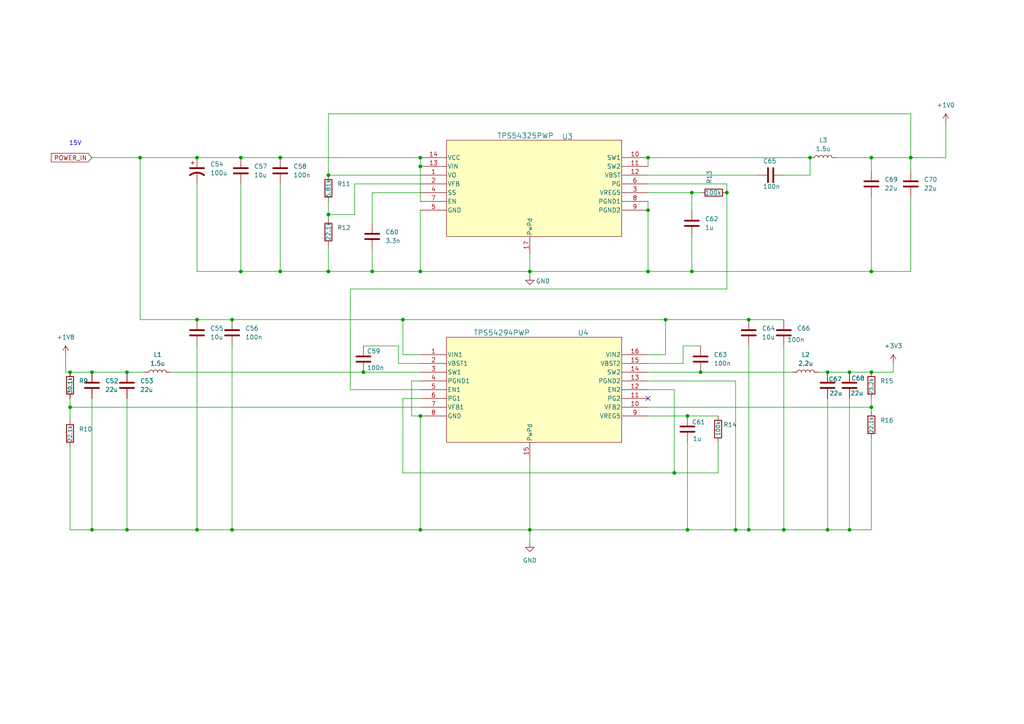
<source format=kicad_sch>
(kicad_sch
	(version 20250114)
	(generator "eeschema")
	(generator_version "9.0")
	(uuid "1a38f204-997a-4229-8818-a22fea23abd9")
	(paper "A4")
	(lib_symbols
		(symbol "Device:C"
			(pin_numbers
				(hide yes)
			)
			(pin_names
				(offset 0.254)
			)
			(exclude_from_sim no)
			(in_bom yes)
			(on_board yes)
			(property "Reference" "C"
				(at 0.635 2.54 0)
				(effects
					(font
						(size 1.27 1.27)
					)
					(justify left)
				)
			)
			(property "Value" "C"
				(at 0.635 -2.54 0)
				(effects
					(font
						(size 1.27 1.27)
					)
					(justify left)
				)
			)
			(property "Footprint" ""
				(at 0.9652 -3.81 0)
				(effects
					(font
						(size 1.27 1.27)
					)
					(hide yes)
				)
			)
			(property "Datasheet" "~"
				(at 0 0 0)
				(effects
					(font
						(size 1.27 1.27)
					)
					(hide yes)
				)
			)
			(property "Description" "Unpolarized capacitor"
				(at 0 0 0)
				(effects
					(font
						(size 1.27 1.27)
					)
					(hide yes)
				)
			)
			(property "ki_keywords" "cap capacitor"
				(at 0 0 0)
				(effects
					(font
						(size 1.27 1.27)
					)
					(hide yes)
				)
			)
			(property "ki_fp_filters" "C_*"
				(at 0 0 0)
				(effects
					(font
						(size 1.27 1.27)
					)
					(hide yes)
				)
			)
			(symbol "C_0_1"
				(polyline
					(pts
						(xy -2.032 0.762) (xy 2.032 0.762)
					)
					(stroke
						(width 0.508)
						(type default)
					)
					(fill
						(type none)
					)
				)
				(polyline
					(pts
						(xy -2.032 -0.762) (xy 2.032 -0.762)
					)
					(stroke
						(width 0.508)
						(type default)
					)
					(fill
						(type none)
					)
				)
			)
			(symbol "C_1_1"
				(pin passive line
					(at 0 3.81 270)
					(length 2.794)
					(name "~"
						(effects
							(font
								(size 1.27 1.27)
							)
						)
					)
					(number "1"
						(effects
							(font
								(size 1.27 1.27)
							)
						)
					)
				)
				(pin passive line
					(at 0 -3.81 90)
					(length 2.794)
					(name "~"
						(effects
							(font
								(size 1.27 1.27)
							)
						)
					)
					(number "2"
						(effects
							(font
								(size 1.27 1.27)
							)
						)
					)
				)
			)
			(embedded_fonts no)
		)
		(symbol "Device:C_Polarized_US"
			(pin_numbers
				(hide yes)
			)
			(pin_names
				(offset 0.254)
				(hide yes)
			)
			(exclude_from_sim no)
			(in_bom yes)
			(on_board yes)
			(property "Reference" "C"
				(at 0.635 2.54 0)
				(effects
					(font
						(size 1.27 1.27)
					)
					(justify left)
				)
			)
			(property "Value" "C_Polarized_US"
				(at 0.635 -2.54 0)
				(effects
					(font
						(size 1.27 1.27)
					)
					(justify left)
				)
			)
			(property "Footprint" ""
				(at 0 0 0)
				(effects
					(font
						(size 1.27 1.27)
					)
					(hide yes)
				)
			)
			(property "Datasheet" "~"
				(at 0 0 0)
				(effects
					(font
						(size 1.27 1.27)
					)
					(hide yes)
				)
			)
			(property "Description" "Polarized capacitor, US symbol"
				(at 0 0 0)
				(effects
					(font
						(size 1.27 1.27)
					)
					(hide yes)
				)
			)
			(property "ki_keywords" "cap capacitor"
				(at 0 0 0)
				(effects
					(font
						(size 1.27 1.27)
					)
					(hide yes)
				)
			)
			(property "ki_fp_filters" "CP_*"
				(at 0 0 0)
				(effects
					(font
						(size 1.27 1.27)
					)
					(hide yes)
				)
			)
			(symbol "C_Polarized_US_0_1"
				(polyline
					(pts
						(xy -2.032 0.762) (xy 2.032 0.762)
					)
					(stroke
						(width 0.508)
						(type default)
					)
					(fill
						(type none)
					)
				)
				(polyline
					(pts
						(xy -1.778 2.286) (xy -0.762 2.286)
					)
					(stroke
						(width 0)
						(type default)
					)
					(fill
						(type none)
					)
				)
				(polyline
					(pts
						(xy -1.27 1.778) (xy -1.27 2.794)
					)
					(stroke
						(width 0)
						(type default)
					)
					(fill
						(type none)
					)
				)
				(arc
					(start -2.032 -1.27)
					(mid 0 -0.5572)
					(end 2.032 -1.27)
					(stroke
						(width 0.508)
						(type default)
					)
					(fill
						(type none)
					)
				)
			)
			(symbol "C_Polarized_US_1_1"
				(pin passive line
					(at 0 3.81 270)
					(length 2.794)
					(name "~"
						(effects
							(font
								(size 1.27 1.27)
							)
						)
					)
					(number "1"
						(effects
							(font
								(size 1.27 1.27)
							)
						)
					)
				)
				(pin passive line
					(at 0 -3.81 90)
					(length 3.302)
					(name "~"
						(effects
							(font
								(size 1.27 1.27)
							)
						)
					)
					(number "2"
						(effects
							(font
								(size 1.27 1.27)
							)
						)
					)
				)
			)
			(embedded_fonts no)
		)
		(symbol "Device:L"
			(pin_numbers
				(hide yes)
			)
			(pin_names
				(offset 1.016)
				(hide yes)
			)
			(exclude_from_sim no)
			(in_bom yes)
			(on_board yes)
			(property "Reference" "L"
				(at -1.27 0 90)
				(effects
					(font
						(size 1.27 1.27)
					)
				)
			)
			(property "Value" "L"
				(at 1.905 0 90)
				(effects
					(font
						(size 1.27 1.27)
					)
				)
			)
			(property "Footprint" ""
				(at 0 0 0)
				(effects
					(font
						(size 1.27 1.27)
					)
					(hide yes)
				)
			)
			(property "Datasheet" "~"
				(at 0 0 0)
				(effects
					(font
						(size 1.27 1.27)
					)
					(hide yes)
				)
			)
			(property "Description" "Inductor"
				(at 0 0 0)
				(effects
					(font
						(size 1.27 1.27)
					)
					(hide yes)
				)
			)
			(property "ki_keywords" "inductor choke coil reactor magnetic"
				(at 0 0 0)
				(effects
					(font
						(size 1.27 1.27)
					)
					(hide yes)
				)
			)
			(property "ki_fp_filters" "Choke_* *Coil* Inductor_* L_*"
				(at 0 0 0)
				(effects
					(font
						(size 1.27 1.27)
					)
					(hide yes)
				)
			)
			(symbol "L_0_1"
				(arc
					(start 0 2.54)
					(mid 0.6323 1.905)
					(end 0 1.27)
					(stroke
						(width 0)
						(type default)
					)
					(fill
						(type none)
					)
				)
				(arc
					(start 0 1.27)
					(mid 0.6323 0.635)
					(end 0 0)
					(stroke
						(width 0)
						(type default)
					)
					(fill
						(type none)
					)
				)
				(arc
					(start 0 0)
					(mid 0.6323 -0.635)
					(end 0 -1.27)
					(stroke
						(width 0)
						(type default)
					)
					(fill
						(type none)
					)
				)
				(arc
					(start 0 -1.27)
					(mid 0.6323 -1.905)
					(end 0 -2.54)
					(stroke
						(width 0)
						(type default)
					)
					(fill
						(type none)
					)
				)
			)
			(symbol "L_1_1"
				(pin passive line
					(at 0 3.81 270)
					(length 1.27)
					(name "1"
						(effects
							(font
								(size 1.27 1.27)
							)
						)
					)
					(number "1"
						(effects
							(font
								(size 1.27 1.27)
							)
						)
					)
				)
				(pin passive line
					(at 0 -3.81 90)
					(length 1.27)
					(name "2"
						(effects
							(font
								(size 1.27 1.27)
							)
						)
					)
					(number "2"
						(effects
							(font
								(size 1.27 1.27)
							)
						)
					)
				)
			)
			(embedded_fonts no)
		)
		(symbol "Device:R"
			(pin_numbers
				(hide yes)
			)
			(pin_names
				(offset 0)
			)
			(exclude_from_sim no)
			(in_bom yes)
			(on_board yes)
			(property "Reference" "R"
				(at 2.032 0 90)
				(effects
					(font
						(size 1.27 1.27)
					)
				)
			)
			(property "Value" "R"
				(at 0 0 90)
				(effects
					(font
						(size 1.27 1.27)
					)
				)
			)
			(property "Footprint" ""
				(at -1.778 0 90)
				(effects
					(font
						(size 1.27 1.27)
					)
					(hide yes)
				)
			)
			(property "Datasheet" "~"
				(at 0 0 0)
				(effects
					(font
						(size 1.27 1.27)
					)
					(hide yes)
				)
			)
			(property "Description" "Resistor"
				(at 0 0 0)
				(effects
					(font
						(size 1.27 1.27)
					)
					(hide yes)
				)
			)
			(property "ki_keywords" "R res resistor"
				(at 0 0 0)
				(effects
					(font
						(size 1.27 1.27)
					)
					(hide yes)
				)
			)
			(property "ki_fp_filters" "R_*"
				(at 0 0 0)
				(effects
					(font
						(size 1.27 1.27)
					)
					(hide yes)
				)
			)
			(symbol "R_0_1"
				(rectangle
					(start -1.016 -2.54)
					(end 1.016 2.54)
					(stroke
						(width 0.254)
						(type default)
					)
					(fill
						(type none)
					)
				)
			)
			(symbol "R_1_1"
				(pin passive line
					(at 0 3.81 270)
					(length 1.27)
					(name "~"
						(effects
							(font
								(size 1.27 1.27)
							)
						)
					)
					(number "1"
						(effects
							(font
								(size 1.27 1.27)
							)
						)
					)
				)
				(pin passive line
					(at 0 -3.81 90)
					(length 1.27)
					(name "~"
						(effects
							(font
								(size 1.27 1.27)
							)
						)
					)
					(number "2"
						(effects
							(font
								(size 1.27 1.27)
							)
						)
					)
				)
			)
			(embedded_fonts no)
		)
		(symbol "TPS54294PWP:TPS54294PWP"
			(pin_names
				(offset 0.254)
			)
			(exclude_from_sim no)
			(in_bom yes)
			(on_board yes)
			(property "Reference" "U"
				(at 33.02 10.16 0)
				(effects
					(font
						(size 1.524 1.524)
					)
				)
			)
			(property "Value" "TPS54294PWP"
				(at 33.02 7.62 0)
				(effects
					(font
						(size 1.524 1.524)
					)
				)
			)
			(property "Footprint" "PWP16_2P31X2P46"
				(at 0 0 0)
				(effects
					(font
						(size 1.27 1.27)
						(italic yes)
					)
					(hide yes)
				)
			)
			(property "Datasheet" "https://www.ti.com/lit/gpn/tps54294"
				(at 0 0 0)
				(effects
					(font
						(size 1.27 1.27)
						(italic yes)
					)
					(hide yes)
				)
			)
			(property "Description" ""
				(at 0 0 0)
				(effects
					(font
						(size 1.27 1.27)
					)
					(hide yes)
				)
			)
			(property "ki_locked" ""
				(at 0 0 0)
				(effects
					(font
						(size 1.27 1.27)
					)
				)
			)
			(property "ki_keywords" "TPS54294PWP"
				(at 0 0 0)
				(effects
					(font
						(size 1.27 1.27)
					)
					(hide yes)
				)
			)
			(property "ki_fp_filters" "PWP16_2P31X2P46 PWP16_2P31X2P46-M PWP16_2P31X2P46-L"
				(at 0 0 0)
				(effects
					(font
						(size 1.27 1.27)
					)
					(hide yes)
				)
			)
			(symbol "TPS54294PWP_0_1"
				(pin input line
					(at 0 0 0)
					(length 7.62)
					(name "VIN1"
						(effects
							(font
								(size 1.27 1.27)
							)
						)
					)
					(number "1"
						(effects
							(font
								(size 1.27 1.27)
							)
						)
					)
				)
				(pin input line
					(at 0 -2.54 0)
					(length 7.62)
					(name "VBST1"
						(effects
							(font
								(size 1.27 1.27)
							)
						)
					)
					(number "2"
						(effects
							(font
								(size 1.27 1.27)
							)
						)
					)
				)
				(pin bidirectional line
					(at 0 -5.08 0)
					(length 7.62)
					(name "SW1"
						(effects
							(font
								(size 1.27 1.27)
							)
						)
					)
					(number "3"
						(effects
							(font
								(size 1.27 1.27)
							)
						)
					)
				)
				(pin bidirectional line
					(at 0 -7.62 0)
					(length 7.62)
					(name "PGND1"
						(effects
							(font
								(size 1.27 1.27)
							)
						)
					)
					(number "4"
						(effects
							(font
								(size 1.27 1.27)
							)
						)
					)
				)
				(pin input line
					(at 0 -10.16 0)
					(length 7.62)
					(name "EN1"
						(effects
							(font
								(size 1.27 1.27)
							)
						)
					)
					(number "5"
						(effects
							(font
								(size 1.27 1.27)
							)
						)
					)
				)
				(pin output line
					(at 0 -12.7 0)
					(length 7.62)
					(name "PG1"
						(effects
							(font
								(size 1.27 1.27)
							)
						)
					)
					(number "6"
						(effects
							(font
								(size 1.27 1.27)
							)
						)
					)
				)
				(pin input line
					(at 0 -15.24 0)
					(length 7.62)
					(name "VFB1"
						(effects
							(font
								(size 1.27 1.27)
							)
						)
					)
					(number "7"
						(effects
							(font
								(size 1.27 1.27)
							)
						)
					)
				)
				(pin bidirectional line
					(at 0 -17.78 0)
					(length 7.62)
					(name "GND"
						(effects
							(font
								(size 1.27 1.27)
							)
						)
					)
					(number "8"
						(effects
							(font
								(size 1.27 1.27)
							)
						)
					)
				)
				(pin input line
					(at 66.04 0 180)
					(length 7.62)
					(name "VIN2"
						(effects
							(font
								(size 1.27 1.27)
							)
						)
					)
					(number "16"
						(effects
							(font
								(size 1.27 1.27)
							)
						)
					)
				)
				(pin input line
					(at 66.04 -2.54 180)
					(length 7.62)
					(name "VBST2"
						(effects
							(font
								(size 1.27 1.27)
							)
						)
					)
					(number "15"
						(effects
							(font
								(size 1.27 1.27)
							)
						)
					)
				)
				(pin bidirectional line
					(at 66.04 -5.08 180)
					(length 7.62)
					(name "SW2"
						(effects
							(font
								(size 1.27 1.27)
							)
						)
					)
					(number "14"
						(effects
							(font
								(size 1.27 1.27)
							)
						)
					)
				)
				(pin bidirectional line
					(at 66.04 -7.62 180)
					(length 7.62)
					(name "PGND2"
						(effects
							(font
								(size 1.27 1.27)
							)
						)
					)
					(number "13"
						(effects
							(font
								(size 1.27 1.27)
							)
						)
					)
				)
				(pin input line
					(at 66.04 -10.16 180)
					(length 7.62)
					(name "EN2"
						(effects
							(font
								(size 1.27 1.27)
							)
						)
					)
					(number "12"
						(effects
							(font
								(size 1.27 1.27)
							)
						)
					)
				)
				(pin output line
					(at 66.04 -12.7 180)
					(length 7.62)
					(name "PG2"
						(effects
							(font
								(size 1.27 1.27)
							)
						)
					)
					(number "11"
						(effects
							(font
								(size 1.27 1.27)
							)
						)
					)
				)
				(pin input line
					(at 66.04 -15.24 180)
					(length 7.62)
					(name "VFB2"
						(effects
							(font
								(size 1.27 1.27)
							)
						)
					)
					(number "10"
						(effects
							(font
								(size 1.27 1.27)
							)
						)
					)
				)
				(pin output line
					(at 66.04 -17.78 180)
					(length 7.62)
					(name "VREG5"
						(effects
							(font
								(size 1.27 1.27)
							)
						)
					)
					(number "9"
						(effects
							(font
								(size 1.27 1.27)
							)
						)
					)
				)
			)
			(symbol "TPS54294PWP_1_1"
				(rectangle
					(start 7.62 5.08)
					(end 58.42 -25.4)
					(stroke
						(width 0)
						(type solid)
					)
					(fill
						(type background)
					)
				)
				(pin output line
					(at 31.75 -30.48 90)
					(length 5.08)
					(name "PwPd"
						(effects
							(font
								(size 1.27 1.27)
							)
						)
					)
					(number "15"
						(effects
							(font
								(size 1.27 1.27)
							)
						)
					)
				)
			)
			(embedded_fonts no)
		)
		(symbol "TPS54325PWP:TPS54325PWP"
			(pin_names
				(offset 0.254)
			)
			(exclude_from_sim no)
			(in_bom yes)
			(on_board yes)
			(property "Reference" "U"
				(at 33.02 10.16 0)
				(effects
					(font
						(size 1.524 1.524)
					)
				)
			)
			(property "Value" "TPS54325PWP"
				(at 33.02 7.62 0)
				(effects
					(font
						(size 1.524 1.524)
					)
				)
			)
			(property "Footprint" "PWP14_2P31X2P46"
				(at 0 0 0)
				(effects
					(font
						(size 1.27 1.27)
						(italic yes)
					)
					(hide yes)
				)
			)
			(property "Datasheet" "https://www.ti.com/lit/gpn/tps54325"
				(at 0 0 0)
				(effects
					(font
						(size 1.27 1.27)
						(italic yes)
					)
					(hide yes)
				)
			)
			(property "Description" ""
				(at 0 0 0)
				(effects
					(font
						(size 1.27 1.27)
					)
					(hide yes)
				)
			)
			(property "ki_locked" ""
				(at 0 0 0)
				(effects
					(font
						(size 1.27 1.27)
					)
				)
			)
			(property "ki_keywords" "TPS54325PWP"
				(at 0 0 0)
				(effects
					(font
						(size 1.27 1.27)
					)
					(hide yes)
				)
			)
			(property "ki_fp_filters" "PWP14_2P31X2P46 PWP14_2P31X2P46-M PWP14_2P31X2P46-L"
				(at 0 0 0)
				(effects
					(font
						(size 1.27 1.27)
					)
					(hide yes)
				)
			)
			(symbol "TPS54325PWP_0_1"
				(pin input line
					(at 0 0 0)
					(length 7.62)
					(name "VCC"
						(effects
							(font
								(size 1.27 1.27)
							)
						)
					)
					(number "14"
						(effects
							(font
								(size 1.27 1.27)
							)
						)
					)
				)
				(pin input line
					(at 0 -2.54 0)
					(length 7.62)
					(name "VIN"
						(effects
							(font
								(size 1.27 1.27)
							)
						)
					)
					(number "13"
						(effects
							(font
								(size 1.27 1.27)
							)
						)
					)
				)
				(pin output line
					(at 0 -5.08 0)
					(length 7.62)
					(name "VO"
						(effects
							(font
								(size 1.27 1.27)
							)
						)
					)
					(number "1"
						(effects
							(font
								(size 1.27 1.27)
							)
						)
					)
				)
				(pin input line
					(at 0 -7.62 0)
					(length 7.62)
					(name "VFB"
						(effects
							(font
								(size 1.27 1.27)
							)
						)
					)
					(number "2"
						(effects
							(font
								(size 1.27 1.27)
							)
						)
					)
				)
				(pin unspecified line
					(at 0 -10.16 0)
					(length 7.62)
					(name "SS"
						(effects
							(font
								(size 1.27 1.27)
							)
						)
					)
					(number "4"
						(effects
							(font
								(size 1.27 1.27)
							)
						)
					)
				)
				(pin input line
					(at 0 -12.7 0)
					(length 7.62)
					(name "EN"
						(effects
							(font
								(size 1.27 1.27)
							)
						)
					)
					(number "7"
						(effects
							(font
								(size 1.27 1.27)
							)
						)
					)
				)
				(pin power_in line
					(at 0 -15.24 0)
					(length 7.62)
					(name "GND"
						(effects
							(font
								(size 1.27 1.27)
							)
						)
					)
					(number "5"
						(effects
							(font
								(size 1.27 1.27)
							)
						)
					)
				)
				(pin unspecified line
					(at 66.04 0 180)
					(length 7.62)
					(name "SW1"
						(effects
							(font
								(size 1.27 1.27)
							)
						)
					)
					(number "10"
						(effects
							(font
								(size 1.27 1.27)
							)
						)
					)
				)
				(pin unspecified line
					(at 66.04 -2.54 180)
					(length 7.62)
					(name "SW2"
						(effects
							(font
								(size 1.27 1.27)
							)
						)
					)
					(number "11"
						(effects
							(font
								(size 1.27 1.27)
							)
						)
					)
				)
				(pin input line
					(at 66.04 -5.08 180)
					(length 7.62)
					(name "VBST"
						(effects
							(font
								(size 1.27 1.27)
							)
						)
					)
					(number "12"
						(effects
							(font
								(size 1.27 1.27)
							)
						)
					)
				)
				(pin output line
					(at 66.04 -7.62 180)
					(length 7.62)
					(name "PG"
						(effects
							(font
								(size 1.27 1.27)
							)
						)
					)
					(number "6"
						(effects
							(font
								(size 1.27 1.27)
							)
						)
					)
				)
				(pin output line
					(at 66.04 -10.16 180)
					(length 7.62)
					(name "VREG5"
						(effects
							(font
								(size 1.27 1.27)
							)
						)
					)
					(number "3"
						(effects
							(font
								(size 1.27 1.27)
							)
						)
					)
				)
				(pin power_in line
					(at 66.04 -12.7 180)
					(length 7.62)
					(name "PGND1"
						(effects
							(font
								(size 1.27 1.27)
							)
						)
					)
					(number "8"
						(effects
							(font
								(size 1.27 1.27)
							)
						)
					)
				)
				(pin power_in line
					(at 66.04 -15.24 180)
					(length 7.62)
					(name "PGND2"
						(effects
							(font
								(size 1.27 1.27)
							)
						)
					)
					(number "9"
						(effects
							(font
								(size 1.27 1.27)
							)
						)
					)
				)
			)
			(symbol "TPS54325PWP_1_1"
				(rectangle
					(start 7.62 5.08)
					(end 58.42 -22.86)
					(stroke
						(width 0)
						(type solid)
					)
					(fill
						(type background)
					)
				)
				(rectangle
					(start 58.42 5.08)
					(end 58.42 5.08)
					(stroke
						(width 0)
						(type default)
					)
					(fill
						(type none)
					)
				)
				(pin output line
					(at 31.75 -27.94 90)
					(length 5.08)
					(name "PwPd"
						(effects
							(font
								(size 1.27 1.27)
							)
						)
					)
					(number "17"
						(effects
							(font
								(size 1.27 1.27)
							)
						)
					)
				)
			)
			(embedded_fonts no)
		)
		(symbol "power:+1V0"
			(power)
			(pin_numbers
				(hide yes)
			)
			(pin_names
				(offset 0)
				(hide yes)
			)
			(exclude_from_sim no)
			(in_bom yes)
			(on_board yes)
			(property "Reference" "#PWR"
				(at 0 -3.81 0)
				(effects
					(font
						(size 1.27 1.27)
					)
					(hide yes)
				)
			)
			(property "Value" "+1V0"
				(at 0 3.556 0)
				(effects
					(font
						(size 1.27 1.27)
					)
				)
			)
			(property "Footprint" ""
				(at 0 0 0)
				(effects
					(font
						(size 1.27 1.27)
					)
					(hide yes)
				)
			)
			(property "Datasheet" ""
				(at 0 0 0)
				(effects
					(font
						(size 1.27 1.27)
					)
					(hide yes)
				)
			)
			(property "Description" "Power symbol creates a global label with name \"+1V0\""
				(at 0 0 0)
				(effects
					(font
						(size 1.27 1.27)
					)
					(hide yes)
				)
			)
			(property "ki_keywords" "global power"
				(at 0 0 0)
				(effects
					(font
						(size 1.27 1.27)
					)
					(hide yes)
				)
			)
			(symbol "+1V0_0_1"
				(polyline
					(pts
						(xy -0.762 1.27) (xy 0 2.54)
					)
					(stroke
						(width 0)
						(type default)
					)
					(fill
						(type none)
					)
				)
				(polyline
					(pts
						(xy 0 2.54) (xy 0.762 1.27)
					)
					(stroke
						(width 0)
						(type default)
					)
					(fill
						(type none)
					)
				)
				(polyline
					(pts
						(xy 0 0) (xy 0 2.54)
					)
					(stroke
						(width 0)
						(type default)
					)
					(fill
						(type none)
					)
				)
			)
			(symbol "+1V0_1_1"
				(pin power_in line
					(at 0 0 90)
					(length 0)
					(name "~"
						(effects
							(font
								(size 1.27 1.27)
							)
						)
					)
					(number "1"
						(effects
							(font
								(size 1.27 1.27)
							)
						)
					)
				)
			)
			(embedded_fonts no)
		)
		(symbol "power:+1V8"
			(power)
			(pin_numbers
				(hide yes)
			)
			(pin_names
				(offset 0)
				(hide yes)
			)
			(exclude_from_sim no)
			(in_bom yes)
			(on_board yes)
			(property "Reference" "#PWR"
				(at 0 -3.81 0)
				(effects
					(font
						(size 1.27 1.27)
					)
					(hide yes)
				)
			)
			(property "Value" "+1V8"
				(at 0 3.556 0)
				(effects
					(font
						(size 1.27 1.27)
					)
				)
			)
			(property "Footprint" ""
				(at 0 0 0)
				(effects
					(font
						(size 1.27 1.27)
					)
					(hide yes)
				)
			)
			(property "Datasheet" ""
				(at 0 0 0)
				(effects
					(font
						(size 1.27 1.27)
					)
					(hide yes)
				)
			)
			(property "Description" "Power symbol creates a global label with name \"+1V8\""
				(at 0 0 0)
				(effects
					(font
						(size 1.27 1.27)
					)
					(hide yes)
				)
			)
			(property "ki_keywords" "global power"
				(at 0 0 0)
				(effects
					(font
						(size 1.27 1.27)
					)
					(hide yes)
				)
			)
			(symbol "+1V8_0_1"
				(polyline
					(pts
						(xy -0.762 1.27) (xy 0 2.54)
					)
					(stroke
						(width 0)
						(type default)
					)
					(fill
						(type none)
					)
				)
				(polyline
					(pts
						(xy 0 2.54) (xy 0.762 1.27)
					)
					(stroke
						(width 0)
						(type default)
					)
					(fill
						(type none)
					)
				)
				(polyline
					(pts
						(xy 0 0) (xy 0 2.54)
					)
					(stroke
						(width 0)
						(type default)
					)
					(fill
						(type none)
					)
				)
			)
			(symbol "+1V8_1_1"
				(pin power_in line
					(at 0 0 90)
					(length 0)
					(name "~"
						(effects
							(font
								(size 1.27 1.27)
							)
						)
					)
					(number "1"
						(effects
							(font
								(size 1.27 1.27)
							)
						)
					)
				)
			)
			(embedded_fonts no)
		)
		(symbol "power:+3V3"
			(power)
			(pin_numbers
				(hide yes)
			)
			(pin_names
				(offset 0)
				(hide yes)
			)
			(exclude_from_sim no)
			(in_bom yes)
			(on_board yes)
			(property "Reference" "#PWR"
				(at 0 -3.81 0)
				(effects
					(font
						(size 1.27 1.27)
					)
					(hide yes)
				)
			)
			(property "Value" "+3V3"
				(at 0 3.556 0)
				(effects
					(font
						(size 1.27 1.27)
					)
				)
			)
			(property "Footprint" ""
				(at 0 0 0)
				(effects
					(font
						(size 1.27 1.27)
					)
					(hide yes)
				)
			)
			(property "Datasheet" ""
				(at 0 0 0)
				(effects
					(font
						(size 1.27 1.27)
					)
					(hide yes)
				)
			)
			(property "Description" "Power symbol creates a global label with name \"+3V3\""
				(at 0 0 0)
				(effects
					(font
						(size 1.27 1.27)
					)
					(hide yes)
				)
			)
			(property "ki_keywords" "global power"
				(at 0 0 0)
				(effects
					(font
						(size 1.27 1.27)
					)
					(hide yes)
				)
			)
			(symbol "+3V3_0_1"
				(polyline
					(pts
						(xy -0.762 1.27) (xy 0 2.54)
					)
					(stroke
						(width 0)
						(type default)
					)
					(fill
						(type none)
					)
				)
				(polyline
					(pts
						(xy 0 2.54) (xy 0.762 1.27)
					)
					(stroke
						(width 0)
						(type default)
					)
					(fill
						(type none)
					)
				)
				(polyline
					(pts
						(xy 0 0) (xy 0 2.54)
					)
					(stroke
						(width 0)
						(type default)
					)
					(fill
						(type none)
					)
				)
			)
			(symbol "+3V3_1_1"
				(pin power_in line
					(at 0 0 90)
					(length 0)
					(name "~"
						(effects
							(font
								(size 1.27 1.27)
							)
						)
					)
					(number "1"
						(effects
							(font
								(size 1.27 1.27)
							)
						)
					)
				)
			)
			(embedded_fonts no)
		)
		(symbol "power:GND"
			(power)
			(pin_numbers
				(hide yes)
			)
			(pin_names
				(offset 0)
				(hide yes)
			)
			(exclude_from_sim no)
			(in_bom yes)
			(on_board yes)
			(property "Reference" "#PWR"
				(at 0 -6.35 0)
				(effects
					(font
						(size 1.27 1.27)
					)
					(hide yes)
				)
			)
			(property "Value" "GND"
				(at 0 -3.81 0)
				(effects
					(font
						(size 1.27 1.27)
					)
				)
			)
			(property "Footprint" ""
				(at 0 0 0)
				(effects
					(font
						(size 1.27 1.27)
					)
					(hide yes)
				)
			)
			(property "Datasheet" ""
				(at 0 0 0)
				(effects
					(font
						(size 1.27 1.27)
					)
					(hide yes)
				)
			)
			(property "Description" "Power symbol creates a global label with name \"GND\" , ground"
				(at 0 0 0)
				(effects
					(font
						(size 1.27 1.27)
					)
					(hide yes)
				)
			)
			(property "ki_keywords" "global power"
				(at 0 0 0)
				(effects
					(font
						(size 1.27 1.27)
					)
					(hide yes)
				)
			)
			(symbol "GND_0_1"
				(polyline
					(pts
						(xy 0 0) (xy 0 -1.27) (xy 1.27 -1.27) (xy 0 -2.54) (xy -1.27 -1.27) (xy 0 -1.27)
					)
					(stroke
						(width 0)
						(type default)
					)
					(fill
						(type none)
					)
				)
			)
			(symbol "GND_1_1"
				(pin power_in line
					(at 0 0 270)
					(length 0)
					(name "~"
						(effects
							(font
								(size 1.27 1.27)
							)
						)
					)
					(number "1"
						(effects
							(font
								(size 1.27 1.27)
							)
						)
					)
				)
			)
			(embedded_fonts no)
		)
	)
	(text "15V\n"
		(exclude_from_sim no)
		(at 21.844 41.656 0)
		(effects
			(font
				(size 1.27 1.27)
			)
		)
		(uuid "313ff431-04b5-475e-bf35-7c6343fba74d")
	)
	(junction
		(at 234.95 45.72)
		(diameter 0)
		(color 0 0 0 0)
		(uuid "00d3587f-25fb-4d9d-9159-080eee7fbde6")
	)
	(junction
		(at 107.95 78.74)
		(diameter 0)
		(color 0 0 0 0)
		(uuid "04fa2cc5-1831-4e56-9078-580fb2d2841a")
	)
	(junction
		(at 95.25 78.74)
		(diameter 0)
		(color 0 0 0 0)
		(uuid "0712d86c-76de-42cb-aa54-94bb3299c34a")
	)
	(junction
		(at 105.41 107.95)
		(diameter 0)
		(color 0 0 0 0)
		(uuid "0de4f6ce-d4be-410e-947d-04545f667055")
	)
	(junction
		(at 193.04 92.71)
		(diameter 0)
		(color 0 0 0 0)
		(uuid "0e0272ba-3b41-4306-898e-38ce80b30278")
	)
	(junction
		(at 153.67 78.74)
		(diameter 0)
		(color 0 0 0 0)
		(uuid "1262bcd4-b0d4-4a5f-b1de-a1db9024f7cd")
	)
	(junction
		(at 153.67 153.67)
		(diameter 0)
		(color 0 0 0 0)
		(uuid "13c82032-fc8c-44c6-8d37-604b6993ab4f")
	)
	(junction
		(at 240.03 153.67)
		(diameter 0)
		(color 0 0 0 0)
		(uuid "1aa7caab-2ddf-4790-bc47-fac2fc9effdc")
	)
	(junction
		(at 217.17 92.71)
		(diameter 0)
		(color 0 0 0 0)
		(uuid "29411072-d627-4ae0-ae71-5f6ab7afe8c6")
	)
	(junction
		(at 95.25 50.8)
		(diameter 0)
		(color 0 0 0 0)
		(uuid "49cb501a-92d7-41fd-a83f-523c4498ef5d")
	)
	(junction
		(at 213.36 153.67)
		(diameter 0)
		(color 0 0 0 0)
		(uuid "4c85509f-5420-42e6-a8db-06cf3a0f535d")
	)
	(junction
		(at 217.17 153.67)
		(diameter 0)
		(color 0 0 0 0)
		(uuid "4e2b2612-2ca8-48ec-b5fc-a7a780faf1e3")
	)
	(junction
		(at 187.96 60.96)
		(diameter 0)
		(color 0 0 0 0)
		(uuid "4fdc4b4e-e33b-4495-adb0-18aff4a16eee")
	)
	(junction
		(at 67.31 92.71)
		(diameter 0)
		(color 0 0 0 0)
		(uuid "511c311f-25e7-496f-b66e-0af777ceebcf")
	)
	(junction
		(at 95.25 62.23)
		(diameter 0)
		(color 0 0 0 0)
		(uuid "57fe4776-6a8a-4f30-b38e-ca6302b90cf5")
	)
	(junction
		(at 121.92 120.65)
		(diameter 0)
		(color 0 0 0 0)
		(uuid "5dfdb9fa-afef-4eb1-9f3c-f3d1aa91a334")
	)
	(junction
		(at 240.03 107.95)
		(diameter 0)
		(color 0 0 0 0)
		(uuid "5edd0d87-7086-4d2c-b105-ec5780ffc84a")
	)
	(junction
		(at 36.83 107.95)
		(diameter 0)
		(color 0 0 0 0)
		(uuid "603cacf8-d2ca-40b9-86b2-5c01e642da3a")
	)
	(junction
		(at 121.92 78.74)
		(diameter 0)
		(color 0 0 0 0)
		(uuid "67b51cce-c044-4901-bb1e-fbaf24b84e41")
	)
	(junction
		(at 57.15 45.72)
		(diameter 0)
		(color 0 0 0 0)
		(uuid "6a488cbc-53a7-4334-a5bf-a26823e8c62d")
	)
	(junction
		(at 116.84 92.71)
		(diameter 0)
		(color 0 0 0 0)
		(uuid "73e17cf7-8729-4851-8d3a-b79a13e24a5f")
	)
	(junction
		(at 195.58 137.16)
		(diameter 0)
		(color 0 0 0 0)
		(uuid "761e980f-a7c6-4453-9dbb-be6de80e89a7")
	)
	(junction
		(at 121.92 48.26)
		(diameter 0)
		(color 0 0 0 0)
		(uuid "7b57a91b-0527-4935-8aa8-904c0e2ea80f")
	)
	(junction
		(at 227.33 153.67)
		(diameter 0)
		(color 0 0 0 0)
		(uuid "7d2a6005-f69e-4839-bea1-c7cb6bde3ecb")
	)
	(junction
		(at 20.32 107.95)
		(diameter 0)
		(color 0 0 0 0)
		(uuid "866ad3d8-d2f0-4ba9-9d27-080367b498b8")
	)
	(junction
		(at 252.73 45.72)
		(diameter 0)
		(color 0 0 0 0)
		(uuid "8e09e79b-961b-40f0-ae96-70ee0987f956")
	)
	(junction
		(at 26.67 107.95)
		(diameter 0)
		(color 0 0 0 0)
		(uuid "8f1aa8e4-95aa-4939-8d6e-03ed175b040a")
	)
	(junction
		(at 199.39 120.65)
		(diameter 0)
		(color 0 0 0 0)
		(uuid "90bfdfde-82e7-44df-b7cb-bd0ef9b655fd")
	)
	(junction
		(at 199.39 153.67)
		(diameter 0)
		(color 0 0 0 0)
		(uuid "97d443d6-9de2-42df-a16c-136ede5ff486")
	)
	(junction
		(at 57.15 153.67)
		(diameter 0)
		(color 0 0 0 0)
		(uuid "97f79f58-e479-437e-ab7b-9f5ebc24ef41")
	)
	(junction
		(at 203.2 107.95)
		(diameter 0)
		(color 0 0 0 0)
		(uuid "9940a751-b679-4124-b3c6-b6d5a2fd2ee5")
	)
	(junction
		(at 252.73 107.95)
		(diameter 0)
		(color 0 0 0 0)
		(uuid "9945d8bc-afb7-41c6-9de9-ed74da835777")
	)
	(junction
		(at 252.73 78.74)
		(diameter 0)
		(color 0 0 0 0)
		(uuid "9ec0bf47-5958-48ed-9674-3d51e07902d9")
	)
	(junction
		(at 40.64 45.72)
		(diameter 0)
		(color 0 0 0 0)
		(uuid "9fc93b00-758f-41a3-baa7-99b2345a72fd")
	)
	(junction
		(at 187.96 45.72)
		(diameter 0)
		(color 0 0 0 0)
		(uuid "a101afeb-3f85-48c7-a909-0dfcbdbff2d6")
	)
	(junction
		(at 252.73 118.11)
		(diameter 0)
		(color 0 0 0 0)
		(uuid "a4276fd4-3e09-41e2-98fb-237ebd36329b")
	)
	(junction
		(at 36.83 153.67)
		(diameter 0)
		(color 0 0 0 0)
		(uuid "aa39bce6-81ce-4119-a5cf-02cb53912242")
	)
	(junction
		(at 57.15 92.71)
		(diameter 0)
		(color 0 0 0 0)
		(uuid "ac6ab53f-a65f-4eb6-9dbf-65324e9c74b7")
	)
	(junction
		(at 81.28 45.72)
		(diameter 0)
		(color 0 0 0 0)
		(uuid "b4ea9130-efc1-4018-9220-b47aeac902b2")
	)
	(junction
		(at 67.31 153.67)
		(diameter 0)
		(color 0 0 0 0)
		(uuid "b8af8ae7-2ea1-4df9-989d-67be80523ced")
	)
	(junction
		(at 69.85 45.72)
		(diameter 0)
		(color 0 0 0 0)
		(uuid "b9437173-4512-4fb0-a0b7-67f2dad1a7ee")
	)
	(junction
		(at 246.38 153.67)
		(diameter 0)
		(color 0 0 0 0)
		(uuid "c177c4f7-e2c0-4c65-9dc6-00ff669d5fcb")
	)
	(junction
		(at 200.66 55.88)
		(diameter 0)
		(color 0 0 0 0)
		(uuid "c1d7dc03-6edb-4b3c-9e3a-f08f9944766d")
	)
	(junction
		(at 69.85 78.74)
		(diameter 0)
		(color 0 0 0 0)
		(uuid "cd1ce360-3d7a-4da8-822d-ae1966f719e7")
	)
	(junction
		(at 187.96 78.74)
		(diameter 0)
		(color 0 0 0 0)
		(uuid "d126765a-d4c7-4ccf-a2e2-c4ccd4c29d0c")
	)
	(junction
		(at 81.28 78.74)
		(diameter 0)
		(color 0 0 0 0)
		(uuid "d545ace6-c563-4789-98e5-2af537b6df9c")
	)
	(junction
		(at 121.92 153.67)
		(diameter 0)
		(color 0 0 0 0)
		(uuid "dcdba1e7-b75d-4659-83a2-217514bdc4d3")
	)
	(junction
		(at 246.38 107.95)
		(diameter 0)
		(color 0 0 0 0)
		(uuid "dfea894d-272e-4f0e-9a64-8c30d4d2786a")
	)
	(junction
		(at 20.32 118.11)
		(diameter 0)
		(color 0 0 0 0)
		(uuid "e529e57d-5881-4a77-a688-51c2e44d4286")
	)
	(junction
		(at 200.66 78.74)
		(diameter 0)
		(color 0 0 0 0)
		(uuid "eda4742f-cbf3-4fc2-b9a4-5c08a8cc0309")
	)
	(junction
		(at 264.16 45.72)
		(diameter 0)
		(color 0 0 0 0)
		(uuid "f126ecc2-0620-4c8e-8848-d61b8d903609")
	)
	(junction
		(at 210.82 55.88)
		(diameter 0)
		(color 0 0 0 0)
		(uuid "f3fd7715-2d06-4379-84fa-e5dc14dedab6")
	)
	(junction
		(at 121.92 45.72)
		(diameter 0)
		(color 0 0 0 0)
		(uuid "f4d70f25-60b7-4be1-bd64-9678932f2896")
	)
	(junction
		(at 26.67 153.67)
		(diameter 0)
		(color 0 0 0 0)
		(uuid "fbc4acb3-aa57-4aaf-85b8-f60ed11056ed")
	)
	(no_connect
		(at 187.96 115.57)
		(uuid "d204c8d7-320d-4ce8-b906-674e5ed0e63c")
	)
	(wire
		(pts
			(xy 105.41 107.95) (xy 121.92 107.95)
		)
		(stroke
			(width 0)
			(type default)
		)
		(uuid "047c5d3e-54dc-48f3-b701-b3fd8224eba0")
	)
	(wire
		(pts
			(xy 252.73 153.67) (xy 252.73 127)
		)
		(stroke
			(width 0)
			(type default)
		)
		(uuid "0731d107-4d0e-4704-8d7d-29951c7bdc9a")
	)
	(wire
		(pts
			(xy 217.17 153.67) (xy 227.33 153.67)
		)
		(stroke
			(width 0)
			(type default)
		)
		(uuid "09edc23e-98ce-4789-ac03-5e1194f11386")
	)
	(wire
		(pts
			(xy 153.67 73.66) (xy 153.67 78.74)
		)
		(stroke
			(width 0)
			(type default)
		)
		(uuid "0f77b7b8-bcd5-4265-91a1-93d71017d342")
	)
	(wire
		(pts
			(xy 240.03 107.95) (xy 246.38 107.95)
		)
		(stroke
			(width 0)
			(type default)
		)
		(uuid "0ff92aa9-823d-4198-a14e-988c791f1b6f")
	)
	(wire
		(pts
			(xy 193.04 92.71) (xy 217.17 92.71)
		)
		(stroke
			(width 0)
			(type default)
		)
		(uuid "1054c384-359a-467a-bad2-fa77df53ddb9")
	)
	(wire
		(pts
			(xy 187.96 45.72) (xy 187.96 48.26)
		)
		(stroke
			(width 0)
			(type default)
		)
		(uuid "10a5c3d8-12a0-4b3f-a0e4-548423db176f")
	)
	(wire
		(pts
			(xy 210.82 83.82) (xy 101.6 83.82)
		)
		(stroke
			(width 0)
			(type default)
		)
		(uuid "125a8fe5-57ca-4da2-9053-4d8f3aac2987")
	)
	(wire
		(pts
			(xy 107.95 64.77) (xy 107.95 55.88)
		)
		(stroke
			(width 0)
			(type default)
		)
		(uuid "152b2404-6308-41a5-9d1d-bf83264faa08")
	)
	(wire
		(pts
			(xy 227.33 50.8) (xy 234.95 50.8)
		)
		(stroke
			(width 0)
			(type default)
		)
		(uuid "1936a07c-4a19-4995-a267-013e1d6ba990")
	)
	(wire
		(pts
			(xy 210.82 53.34) (xy 210.82 55.88)
		)
		(stroke
			(width 0)
			(type default)
		)
		(uuid "197a7a48-9782-4cc5-971d-9af50e6adb50")
	)
	(wire
		(pts
			(xy 153.67 153.67) (xy 199.39 153.67)
		)
		(stroke
			(width 0)
			(type default)
		)
		(uuid "1b31981c-bd18-420d-b5b7-3d5f490057eb")
	)
	(wire
		(pts
			(xy 102.87 62.23) (xy 95.25 62.23)
		)
		(stroke
			(width 0)
			(type default)
		)
		(uuid "1f1990f2-2633-4b57-acaa-441e4e350a28")
	)
	(wire
		(pts
			(xy 57.15 78.74) (xy 57.15 53.34)
		)
		(stroke
			(width 0)
			(type default)
		)
		(uuid "2100dde7-6e3c-4f35-a7f0-1e3a1dd053be")
	)
	(wire
		(pts
			(xy 187.96 58.42) (xy 187.96 60.96)
		)
		(stroke
			(width 0)
			(type default)
		)
		(uuid "2292300f-e0ad-4bfe-8f45-316f89008d53")
	)
	(wire
		(pts
			(xy 187.96 50.8) (xy 219.71 50.8)
		)
		(stroke
			(width 0)
			(type default)
		)
		(uuid "2546da40-614d-4fec-b332-1b85c1f2ca8e")
	)
	(wire
		(pts
			(xy 187.96 78.74) (xy 187.96 60.96)
		)
		(stroke
			(width 0)
			(type default)
		)
		(uuid "258e4032-e009-4d29-a40f-c5371d17c199")
	)
	(wire
		(pts
			(xy 57.15 92.71) (xy 67.31 92.71)
		)
		(stroke
			(width 0)
			(type default)
		)
		(uuid "25aa18a4-6c2d-4f2e-9d42-4d78d962ecce")
	)
	(wire
		(pts
			(xy 187.96 78.74) (xy 200.66 78.74)
		)
		(stroke
			(width 0)
			(type default)
		)
		(uuid "27e70206-5c20-4879-bc23-6f7ab44d1bad")
	)
	(wire
		(pts
			(xy 26.67 153.67) (xy 36.83 153.67)
		)
		(stroke
			(width 0)
			(type default)
		)
		(uuid "2940d8a0-e135-475b-a9bb-7809401960de")
	)
	(wire
		(pts
			(xy 240.03 153.67) (xy 246.38 153.67)
		)
		(stroke
			(width 0)
			(type default)
		)
		(uuid "2a919166-5aa6-4da7-81db-c2f13651c21f")
	)
	(wire
		(pts
			(xy 208.28 128.27) (xy 208.28 137.16)
		)
		(stroke
			(width 0)
			(type default)
		)
		(uuid "3240e0e2-0532-4892-ba5d-1da6b1df409f")
	)
	(wire
		(pts
			(xy 187.96 105.41) (xy 198.12 105.41)
		)
		(stroke
			(width 0)
			(type default)
		)
		(uuid "35496fb4-a863-4f97-bd17-52ba332efe3c")
	)
	(wire
		(pts
			(xy 198.12 105.41) (xy 198.12 100.33)
		)
		(stroke
			(width 0)
			(type default)
		)
		(uuid "3750a2dd-350d-4286-a6fe-ff12f45da0ad")
	)
	(wire
		(pts
			(xy 36.83 107.95) (xy 41.91 107.95)
		)
		(stroke
			(width 0)
			(type default)
		)
		(uuid "3c17f6bf-bd20-4c06-9fdc-e19d98ed34e7")
	)
	(wire
		(pts
			(xy 264.16 45.72) (xy 264.16 49.53)
		)
		(stroke
			(width 0)
			(type default)
		)
		(uuid "3d4251c5-dd40-4fd0-a314-5d46af9032b0")
	)
	(wire
		(pts
			(xy 213.36 153.67) (xy 217.17 153.67)
		)
		(stroke
			(width 0)
			(type default)
		)
		(uuid "400ac4cc-0f75-46a4-8a70-12eb6d628153")
	)
	(wire
		(pts
			(xy 40.64 45.72) (xy 57.15 45.72)
		)
		(stroke
			(width 0)
			(type default)
		)
		(uuid "417ca6cf-d7ba-4dc6-9373-c3eb21e7e156")
	)
	(wire
		(pts
			(xy 40.64 92.71) (xy 57.15 92.71)
		)
		(stroke
			(width 0)
			(type default)
		)
		(uuid "428bd1ac-13c8-4c11-aeb3-280f5c9ced44")
	)
	(wire
		(pts
			(xy 26.67 115.57) (xy 26.67 153.67)
		)
		(stroke
			(width 0)
			(type default)
		)
		(uuid "42ed5472-2445-444a-80b8-49e278056b3e")
	)
	(wire
		(pts
			(xy 264.16 33.02) (xy 264.16 45.72)
		)
		(stroke
			(width 0)
			(type default)
		)
		(uuid "4357a3f8-cea8-458f-88a3-cfc3b4dcd13e")
	)
	(wire
		(pts
			(xy 26.67 45.72) (xy 40.64 45.72)
		)
		(stroke
			(width 0)
			(type default)
		)
		(uuid "43fdff48-2ece-4fd3-be1e-feeb4a0c62f6")
	)
	(wire
		(pts
			(xy 195.58 113.03) (xy 187.96 113.03)
		)
		(stroke
			(width 0)
			(type default)
		)
		(uuid "46d039eb-d433-4a79-937c-481792c1354e")
	)
	(wire
		(pts
			(xy 40.64 45.72) (xy 40.64 92.71)
		)
		(stroke
			(width 0)
			(type default)
		)
		(uuid "46d71f84-2a56-4d9a-a095-0fda431ebed3")
	)
	(wire
		(pts
			(xy 121.92 102.87) (xy 116.84 102.87)
		)
		(stroke
			(width 0)
			(type default)
		)
		(uuid "4a6aec1c-513c-4943-bc14-3d743bb661a5")
	)
	(wire
		(pts
			(xy 19.05 107.95) (xy 19.05 102.87)
		)
		(stroke
			(width 0)
			(type default)
		)
		(uuid "4ae719bd-33aa-4ff8-9e8f-9879f1d07877")
	)
	(wire
		(pts
			(xy 199.39 128.27) (xy 199.39 153.67)
		)
		(stroke
			(width 0)
			(type default)
		)
		(uuid "4c406315-00df-4f99-a5a5-929ca694091c")
	)
	(wire
		(pts
			(xy 107.95 78.74) (xy 107.95 72.39)
		)
		(stroke
			(width 0)
			(type default)
		)
		(uuid "4d35bedf-cc63-4ca7-853d-31f4fcc142da")
	)
	(wire
		(pts
			(xy 187.96 107.95) (xy 203.2 107.95)
		)
		(stroke
			(width 0)
			(type default)
		)
		(uuid "4f5c99a3-cee1-4236-859c-a88c981ce08b")
	)
	(wire
		(pts
			(xy 252.73 118.11) (xy 252.73 119.38)
		)
		(stroke
			(width 0)
			(type default)
		)
		(uuid "4fc1d371-229f-46f7-a36d-d6b3143ad8c3")
	)
	(wire
		(pts
			(xy 199.39 120.65) (xy 208.28 120.65)
		)
		(stroke
			(width 0)
			(type default)
		)
		(uuid "50c46bb5-9d07-4ebe-a744-7cf201708571")
	)
	(wire
		(pts
			(xy 119.38 120.65) (xy 121.92 120.65)
		)
		(stroke
			(width 0)
			(type default)
		)
		(uuid "50fb345a-7a7c-4a90-80d8-6a2ebc06897b")
	)
	(wire
		(pts
			(xy 95.25 50.8) (xy 121.92 50.8)
		)
		(stroke
			(width 0)
			(type default)
		)
		(uuid "51a73d79-b476-4356-ad26-dca7558dc203")
	)
	(wire
		(pts
			(xy 95.25 58.42) (xy 95.25 62.23)
		)
		(stroke
			(width 0)
			(type default)
		)
		(uuid "552079e9-d3de-45ce-92ef-ca37c1f382da")
	)
	(wire
		(pts
			(xy 116.84 115.57) (xy 116.84 137.16)
		)
		(stroke
			(width 0)
			(type default)
		)
		(uuid "565f8c26-3ecc-4304-83ee-e04b4e72705c")
	)
	(wire
		(pts
			(xy 81.28 45.72) (xy 121.92 45.72)
		)
		(stroke
			(width 0)
			(type default)
		)
		(uuid "56939b7c-f031-4990-abcc-5db741f06ef8")
	)
	(wire
		(pts
			(xy 69.85 45.72) (xy 81.28 45.72)
		)
		(stroke
			(width 0)
			(type default)
		)
		(uuid "58517413-4a75-4a85-87ab-58c276afb564")
	)
	(wire
		(pts
			(xy 187.96 110.49) (xy 213.36 110.49)
		)
		(stroke
			(width 0)
			(type default)
		)
		(uuid "5bb7b955-7afc-4191-a0df-2e1dfac13527")
	)
	(wire
		(pts
			(xy 26.67 107.95) (xy 20.32 107.95)
		)
		(stroke
			(width 0)
			(type default)
		)
		(uuid "5c6cb8c5-457b-4f96-83bb-5d40eaaa2342")
	)
	(wire
		(pts
			(xy 121.92 120.65) (xy 121.92 153.67)
		)
		(stroke
			(width 0)
			(type default)
		)
		(uuid "5f3677cb-ff76-4343-8ffa-108565c4be15")
	)
	(wire
		(pts
			(xy 259.08 107.95) (xy 259.08 105.41)
		)
		(stroke
			(width 0)
			(type default)
		)
		(uuid "5f6d5ab6-280b-468f-9cec-f6011088b97a")
	)
	(wire
		(pts
			(xy 101.6 83.82) (xy 101.6 113.03)
		)
		(stroke
			(width 0)
			(type default)
		)
		(uuid "614ec364-0a9a-4622-a7bd-1bd19ce36f9f")
	)
	(wire
		(pts
			(xy 240.03 115.57) (xy 240.03 153.67)
		)
		(stroke
			(width 0)
			(type default)
		)
		(uuid "62519981-fdb3-4ce2-9cae-0f32c88eb5e0")
	)
	(wire
		(pts
			(xy 217.17 92.71) (xy 227.33 92.71)
		)
		(stroke
			(width 0)
			(type default)
		)
		(uuid "65338e42-474b-42e8-b1c8-2345ba462bbf")
	)
	(wire
		(pts
			(xy 57.15 100.33) (xy 57.15 153.67)
		)
		(stroke
			(width 0)
			(type default)
		)
		(uuid "6648c6e3-d9c7-4a96-a944-70ef82262c9d")
	)
	(wire
		(pts
			(xy 195.58 137.16) (xy 195.58 113.03)
		)
		(stroke
			(width 0)
			(type default)
		)
		(uuid "67949261-0b67-4680-98a7-61efd3e09e65")
	)
	(wire
		(pts
			(xy 242.57 45.72) (xy 252.73 45.72)
		)
		(stroke
			(width 0)
			(type default)
		)
		(uuid "67acd0db-4ae1-46d6-9eac-a2f240739257")
	)
	(wire
		(pts
			(xy 20.32 118.11) (xy 20.32 121.92)
		)
		(stroke
			(width 0)
			(type default)
		)
		(uuid "6867a022-c339-476a-9783-cfaa69e5c47d")
	)
	(wire
		(pts
			(xy 200.66 78.74) (xy 200.66 68.58)
		)
		(stroke
			(width 0)
			(type default)
		)
		(uuid "69e388b9-dc0a-4280-b1a2-a846842e7601")
	)
	(wire
		(pts
			(xy 200.66 78.74) (xy 252.73 78.74)
		)
		(stroke
			(width 0)
			(type default)
		)
		(uuid "6af59e8f-660c-4959-8d8f-5d2239d1cc21")
	)
	(wire
		(pts
			(xy 67.31 100.33) (xy 67.31 153.67)
		)
		(stroke
			(width 0)
			(type default)
		)
		(uuid "6b37d25e-f4ea-4ff6-97ea-7970b51482f7")
	)
	(wire
		(pts
			(xy 95.25 50.8) (xy 95.25 33.02)
		)
		(stroke
			(width 0)
			(type default)
		)
		(uuid "6c81cdb7-a937-41f3-aeac-7ec97a8fcea9")
	)
	(wire
		(pts
			(xy 187.96 102.87) (xy 193.04 102.87)
		)
		(stroke
			(width 0)
			(type default)
		)
		(uuid "6d654b86-59cf-4a0b-8e30-fb2858c1e542")
	)
	(wire
		(pts
			(xy 246.38 115.57) (xy 246.38 153.67)
		)
		(stroke
			(width 0)
			(type default)
		)
		(uuid "71f4c3dd-87a9-43c4-9719-b0b96f883de9")
	)
	(wire
		(pts
			(xy 246.38 153.67) (xy 252.73 153.67)
		)
		(stroke
			(width 0)
			(type default)
		)
		(uuid "723bb09e-5a1b-4f5a-8648-5e7f36a1f346")
	)
	(wire
		(pts
			(xy 227.33 153.67) (xy 240.03 153.67)
		)
		(stroke
			(width 0)
			(type default)
		)
		(uuid "783cc02f-7f12-438a-b3ae-e1a021826fb0")
	)
	(wire
		(pts
			(xy 217.17 100.33) (xy 217.17 153.67)
		)
		(stroke
			(width 0)
			(type default)
		)
		(uuid "7a5c56c8-ca31-443b-b74b-5ac2f06c3718")
	)
	(wire
		(pts
			(xy 153.67 153.67) (xy 153.67 157.48)
		)
		(stroke
			(width 0)
			(type default)
		)
		(uuid "7bf4d137-ed76-467a-8295-b57c37a8a9cd")
	)
	(wire
		(pts
			(xy 252.73 115.57) (xy 252.73 118.11)
		)
		(stroke
			(width 0)
			(type default)
		)
		(uuid "7c57ad74-950e-4616-8973-e4d1f06a1bea")
	)
	(wire
		(pts
			(xy 95.25 78.74) (xy 81.28 78.74)
		)
		(stroke
			(width 0)
			(type default)
		)
		(uuid "7c7a984a-146e-43aa-aa35-cb8ff7338f2d")
	)
	(wire
		(pts
			(xy 252.73 78.74) (xy 252.73 57.15)
		)
		(stroke
			(width 0)
			(type default)
		)
		(uuid "7f3a5f71-c33a-4a57-9aee-a9fc0ecad18a")
	)
	(wire
		(pts
			(xy 252.73 78.74) (xy 264.16 78.74)
		)
		(stroke
			(width 0)
			(type default)
		)
		(uuid "8023fb32-c613-4089-8de7-bcf610045080")
	)
	(wire
		(pts
			(xy 121.92 153.67) (xy 153.67 153.67)
		)
		(stroke
			(width 0)
			(type default)
		)
		(uuid "809ee4a4-ee4c-4e63-b39f-dc18a5e13001")
	)
	(wire
		(pts
			(xy 107.95 78.74) (xy 95.25 78.74)
		)
		(stroke
			(width 0)
			(type default)
		)
		(uuid "80fdaedf-ca7c-4298-b24c-f8d25a7e3eb5")
	)
	(wire
		(pts
			(xy 115.57 105.41) (xy 115.57 100.33)
		)
		(stroke
			(width 0)
			(type default)
		)
		(uuid "8238d286-a3e2-4a73-8e04-2db83dc632cb")
	)
	(wire
		(pts
			(xy 101.6 113.03) (xy 121.92 113.03)
		)
		(stroke
			(width 0)
			(type default)
		)
		(uuid "84c3b5a9-e543-4859-93a7-cd7e57de6f94")
	)
	(wire
		(pts
			(xy 20.32 118.11) (xy 121.92 118.11)
		)
		(stroke
			(width 0)
			(type default)
		)
		(uuid "8543bea0-5d17-44f9-979d-538b302b319f")
	)
	(wire
		(pts
			(xy 115.57 100.33) (xy 105.41 100.33)
		)
		(stroke
			(width 0)
			(type default)
		)
		(uuid "874c94f3-8f04-4a99-af4b-c572d133c795")
	)
	(wire
		(pts
			(xy 246.38 107.95) (xy 252.73 107.95)
		)
		(stroke
			(width 0)
			(type default)
		)
		(uuid "8ac3008b-1e77-43d1-904d-2c46e429775c")
	)
	(wire
		(pts
			(xy 116.84 102.87) (xy 116.84 92.71)
		)
		(stroke
			(width 0)
			(type default)
		)
		(uuid "90ee7828-6400-4db5-a1e5-ff6cb1480683")
	)
	(wire
		(pts
			(xy 200.66 55.88) (xy 200.66 60.96)
		)
		(stroke
			(width 0)
			(type default)
		)
		(uuid "94807983-ee3b-474a-9afd-de21e12ac967")
	)
	(wire
		(pts
			(xy 36.83 115.57) (xy 36.83 153.67)
		)
		(stroke
			(width 0)
			(type default)
		)
		(uuid "955324b1-6e8b-4f67-bcfa-7f708ac0bb72")
	)
	(wire
		(pts
			(xy 116.84 92.71) (xy 193.04 92.71)
		)
		(stroke
			(width 0)
			(type default)
		)
		(uuid "95586c7b-7ade-4775-92af-7fb2eb6fc685")
	)
	(wire
		(pts
			(xy 187.96 53.34) (xy 210.82 53.34)
		)
		(stroke
			(width 0)
			(type default)
		)
		(uuid "9a5b339f-3702-4547-82a6-1087344702ea")
	)
	(wire
		(pts
			(xy 187.96 45.72) (xy 234.95 45.72)
		)
		(stroke
			(width 0)
			(type default)
		)
		(uuid "9bc70151-c69f-4bed-8229-d12e1a07048c")
	)
	(wire
		(pts
			(xy 67.31 92.71) (xy 116.84 92.71)
		)
		(stroke
			(width 0)
			(type default)
		)
		(uuid "a3b5edaf-60b6-4041-884b-172278e8765d")
	)
	(wire
		(pts
			(xy 187.96 55.88) (xy 200.66 55.88)
		)
		(stroke
			(width 0)
			(type default)
		)
		(uuid "a75e98e1-7614-48b4-aafe-ae6a1bc3b8e6")
	)
	(wire
		(pts
			(xy 81.28 78.74) (xy 81.28 53.34)
		)
		(stroke
			(width 0)
			(type default)
		)
		(uuid "a99b3ba5-1a81-47f7-a634-c20812ecf8d2")
	)
	(wire
		(pts
			(xy 153.67 133.35) (xy 153.67 153.67)
		)
		(stroke
			(width 0)
			(type default)
		)
		(uuid "abf5926c-3bb0-48f6-b974-549df57d95a8")
	)
	(wire
		(pts
			(xy 252.73 45.72) (xy 264.16 45.72)
		)
		(stroke
			(width 0)
			(type default)
		)
		(uuid "ad7ddce3-267c-41f1-a97b-ddecbb6efb14")
	)
	(wire
		(pts
			(xy 234.95 50.8) (xy 234.95 45.72)
		)
		(stroke
			(width 0)
			(type default)
		)
		(uuid "afdf74cb-e51b-41a9-b076-527815e135ee")
	)
	(wire
		(pts
			(xy 121.92 48.26) (xy 121.92 58.42)
		)
		(stroke
			(width 0)
			(type default)
		)
		(uuid "b2781f50-3111-4de3-b574-0bbb52731bfd")
	)
	(wire
		(pts
			(xy 107.95 55.88) (xy 121.92 55.88)
		)
		(stroke
			(width 0)
			(type default)
		)
		(uuid "b3da7216-1e6a-4704-8e02-42dacade23d9")
	)
	(wire
		(pts
			(xy 203.2 107.95) (xy 229.87 107.95)
		)
		(stroke
			(width 0)
			(type default)
		)
		(uuid "b457a37b-8b0d-42f0-8a5d-296a6676d9ae")
	)
	(wire
		(pts
			(xy 264.16 45.72) (xy 274.32 45.72)
		)
		(stroke
			(width 0)
			(type default)
		)
		(uuid "b4e26e8a-0240-4219-bddf-7b1eaffcc134")
	)
	(wire
		(pts
			(xy 210.82 55.88) (xy 210.82 83.82)
		)
		(stroke
			(width 0)
			(type default)
		)
		(uuid "b643f3f1-f7a3-41d0-8d26-a53ce698c1e6")
	)
	(wire
		(pts
			(xy 121.92 78.74) (xy 107.95 78.74)
		)
		(stroke
			(width 0)
			(type default)
		)
		(uuid "b93fcc98-8784-49b6-a048-cd84bf7979f2")
	)
	(wire
		(pts
			(xy 213.36 153.67) (xy 199.39 153.67)
		)
		(stroke
			(width 0)
			(type default)
		)
		(uuid "c19a7c46-9f15-401b-ba57-d1c7ffd866e9")
	)
	(wire
		(pts
			(xy 237.49 107.95) (xy 240.03 107.95)
		)
		(stroke
			(width 0)
			(type default)
		)
		(uuid "c737478a-7e66-4680-9e75-4b883cae079b")
	)
	(wire
		(pts
			(xy 213.36 110.49) (xy 213.36 153.67)
		)
		(stroke
			(width 0)
			(type default)
		)
		(uuid "c763cea2-3cbb-49e2-8ca9-c8160083ae43")
	)
	(wire
		(pts
			(xy 20.32 129.54) (xy 20.32 153.67)
		)
		(stroke
			(width 0)
			(type default)
		)
		(uuid "c79f7d52-6260-417b-bdf7-5f230147dcca")
	)
	(wire
		(pts
			(xy 121.92 45.72) (xy 121.92 48.26)
		)
		(stroke
			(width 0)
			(type default)
		)
		(uuid "c89124cf-987e-4583-9b4d-9f351b1c0451")
	)
	(wire
		(pts
			(xy 200.66 55.88) (xy 203.2 55.88)
		)
		(stroke
			(width 0)
			(type default)
		)
		(uuid "c8b3b33e-d097-47c9-be90-08098a501bc8")
	)
	(wire
		(pts
			(xy 252.73 107.95) (xy 259.08 107.95)
		)
		(stroke
			(width 0)
			(type default)
		)
		(uuid "ce5903f0-1d27-4ddb-a2dc-a45da66df4c3")
	)
	(wire
		(pts
			(xy 252.73 45.72) (xy 252.73 49.53)
		)
		(stroke
			(width 0)
			(type default)
		)
		(uuid "cebbbf9f-23ed-44e2-8f93-36e7edb8bb77")
	)
	(wire
		(pts
			(xy 57.15 45.72) (xy 69.85 45.72)
		)
		(stroke
			(width 0)
			(type default)
		)
		(uuid "d3465608-30bb-4d91-bf87-55e4d8728f51")
	)
	(wire
		(pts
			(xy 95.25 33.02) (xy 264.16 33.02)
		)
		(stroke
			(width 0)
			(type default)
		)
		(uuid "d3d18e63-dae7-49d9-a15b-fbf120a5b940")
	)
	(wire
		(pts
			(xy 36.83 153.67) (xy 57.15 153.67)
		)
		(stroke
			(width 0)
			(type default)
		)
		(uuid "d5b88b25-923a-4561-a244-083b8e062005")
	)
	(wire
		(pts
			(xy 153.67 78.74) (xy 153.67 80.01)
		)
		(stroke
			(width 0)
			(type default)
		)
		(uuid "da098d7b-5923-4d0b-b45d-0216ed0796a2")
	)
	(wire
		(pts
			(xy 227.33 100.33) (xy 227.33 153.67)
		)
		(stroke
			(width 0)
			(type default)
		)
		(uuid "da0c7de1-45f6-4667-89a3-ed1d7b54a70f")
	)
	(wire
		(pts
			(xy 81.28 78.74) (xy 69.85 78.74)
		)
		(stroke
			(width 0)
			(type default)
		)
		(uuid "db47ce74-17ff-43dc-b338-d1e2832b52d2")
	)
	(wire
		(pts
			(xy 20.32 153.67) (xy 26.67 153.67)
		)
		(stroke
			(width 0)
			(type default)
		)
		(uuid "dcd58af4-c4b6-4871-90b8-b623038071c5")
	)
	(wire
		(pts
			(xy 69.85 53.34) (xy 69.85 78.74)
		)
		(stroke
			(width 0)
			(type default)
		)
		(uuid "de1a830c-ea4e-428a-9b85-92fe4537542a")
	)
	(wire
		(pts
			(xy 153.67 78.74) (xy 121.92 78.74)
		)
		(stroke
			(width 0)
			(type default)
		)
		(uuid "e0e68371-3167-4cab-8402-806c320d1626")
	)
	(wire
		(pts
			(xy 153.67 78.74) (xy 187.96 78.74)
		)
		(stroke
			(width 0)
			(type default)
		)
		(uuid "e1fad009-5c1e-4062-961c-930103399ad7")
	)
	(wire
		(pts
			(xy 121.92 60.96) (xy 121.92 78.74)
		)
		(stroke
			(width 0)
			(type default)
		)
		(uuid "e3a70f4d-dbe1-4b79-9aed-19f724f469aa")
	)
	(wire
		(pts
			(xy 20.32 107.95) (xy 19.05 107.95)
		)
		(stroke
			(width 0)
			(type default)
		)
		(uuid "e445b48e-88e9-41d0-8901-a8562ebb5587")
	)
	(wire
		(pts
			(xy 121.92 105.41) (xy 115.57 105.41)
		)
		(stroke
			(width 0)
			(type default)
		)
		(uuid "e44ad080-e1ec-4a81-9c08-5c2ae374c319")
	)
	(wire
		(pts
			(xy 67.31 153.67) (xy 121.92 153.67)
		)
		(stroke
			(width 0)
			(type default)
		)
		(uuid "e54e187a-8feb-4a46-9215-a76dc1032fd9")
	)
	(wire
		(pts
			(xy 20.32 115.57) (xy 20.32 118.11)
		)
		(stroke
			(width 0)
			(type default)
		)
		(uuid "e6a288c4-a649-438c-ae05-bcd019e05909")
	)
	(wire
		(pts
			(xy 121.92 110.49) (xy 119.38 110.49)
		)
		(stroke
			(width 0)
			(type default)
		)
		(uuid "e89c3ece-b09f-465b-933b-53b9278feda6")
	)
	(wire
		(pts
			(xy 264.16 78.74) (xy 264.16 57.15)
		)
		(stroke
			(width 0)
			(type default)
		)
		(uuid "e8ce1697-191c-4242-815e-c361f16e406b")
	)
	(wire
		(pts
			(xy 116.84 137.16) (xy 195.58 137.16)
		)
		(stroke
			(width 0)
			(type default)
		)
		(uuid "ea1316d3-1f56-4c2a-92c0-95069a478d34")
	)
	(wire
		(pts
			(xy 26.67 107.95) (xy 36.83 107.95)
		)
		(stroke
			(width 0)
			(type default)
		)
		(uuid "eaece2ef-0690-4a9d-8156-00a2a64eded7")
	)
	(wire
		(pts
			(xy 193.04 102.87) (xy 193.04 92.71)
		)
		(stroke
			(width 0)
			(type default)
		)
		(uuid "eb7a9e6b-f2ac-4f37-be09-f09113d2c0e0")
	)
	(wire
		(pts
			(xy 69.85 78.74) (xy 57.15 78.74)
		)
		(stroke
			(width 0)
			(type default)
		)
		(uuid "eba5b6b7-d5a8-4d61-9cee-7130f4d8ba8d")
	)
	(wire
		(pts
			(xy 57.15 153.67) (xy 67.31 153.67)
		)
		(stroke
			(width 0)
			(type default)
		)
		(uuid "ec217d1d-f14b-44aa-8143-88f8602e7b0c")
	)
	(wire
		(pts
			(xy 49.53 107.95) (xy 105.41 107.95)
		)
		(stroke
			(width 0)
			(type default)
		)
		(uuid "ef7cc1ac-1185-4dae-ab4e-d200934c12ca")
	)
	(wire
		(pts
			(xy 121.92 53.34) (xy 102.87 53.34)
		)
		(stroke
			(width 0)
			(type default)
		)
		(uuid "f64780e6-bbdd-4d78-8abb-32e831b84b22")
	)
	(wire
		(pts
			(xy 274.32 45.72) (xy 274.32 35.56)
		)
		(stroke
			(width 0)
			(type default)
		)
		(uuid "f93a9fd7-8f13-43bd-9170-456206703ae9")
	)
	(wire
		(pts
			(xy 102.87 53.34) (xy 102.87 62.23)
		)
		(stroke
			(width 0)
			(type default)
		)
		(uuid "f9bfe50b-2f89-4075-a785-50c2a9f2d7a3")
	)
	(wire
		(pts
			(xy 195.58 137.16) (xy 208.28 137.16)
		)
		(stroke
			(width 0)
			(type default)
		)
		(uuid "f9ea9058-e8bc-4f5e-b545-35d58764df6b")
	)
	(wire
		(pts
			(xy 121.92 115.57) (xy 116.84 115.57)
		)
		(stroke
			(width 0)
			(type default)
		)
		(uuid "fa6b5773-cf8f-4f95-8595-1440688ce041")
	)
	(wire
		(pts
			(xy 119.38 110.49) (xy 119.38 120.65)
		)
		(stroke
			(width 0)
			(type default)
		)
		(uuid "fb98212e-8166-4b8f-81f6-bf8e1d529567")
	)
	(wire
		(pts
			(xy 198.12 100.33) (xy 203.2 100.33)
		)
		(stroke
			(width 0)
			(type default)
		)
		(uuid "fc3a5fbf-f45e-4543-9826-85c04b255c60")
	)
	(wire
		(pts
			(xy 187.96 120.65) (xy 199.39 120.65)
		)
		(stroke
			(width 0)
			(type default)
		)
		(uuid "ff368508-476f-4d1e-95a9-65da0a20b4ae")
	)
	(wire
		(pts
			(xy 95.25 62.23) (xy 95.25 63.5)
		)
		(stroke
			(width 0)
			(type default)
		)
		(uuid "ff6174e2-a4e6-4538-afcb-d74a0f0bef67")
	)
	(wire
		(pts
			(xy 187.96 118.11) (xy 252.73 118.11)
		)
		(stroke
			(width 0)
			(type default)
		)
		(uuid "ffd8a679-a041-404e-900e-9141b2e1e50d")
	)
	(wire
		(pts
			(xy 95.25 78.74) (xy 95.25 71.12)
		)
		(stroke
			(width 0)
			(type default)
		)
		(uuid "ffef6cc9-e23a-40eb-9a04-75ef70d7e101")
	)
	(global_label "POWER_IN"
		(shape input)
		(at 26.67 45.72 180)
		(fields_autoplaced yes)
		(effects
			(font
				(size 1.27 1.27)
			)
			(justify right)
		)
		(uuid "07131bb0-944b-4c84-8b9d-686526ace9f3")
		(property "Intersheetrefs" "${INTERSHEET_REFS}"
			(at 14.311 45.72 0)
			(effects
				(font
					(size 1.27 1.27)
				)
				(justify right)
				(hide yes)
			)
		)
	)
	(symbol
		(lib_id "power:+3V3")
		(at 259.08 105.41 0)
		(unit 1)
		(exclude_from_sim no)
		(in_bom yes)
		(on_board yes)
		(dnp no)
		(fields_autoplaced yes)
		(uuid "018c5d9b-cf96-4a3a-b2d0-091ace2cf9ee")
		(property "Reference" "#PWR035"
			(at 259.08 109.22 0)
			(effects
				(font
					(size 1.27 1.27)
				)
				(hide yes)
			)
		)
		(property "Value" "+3V3"
			(at 259.08 100.33 0)
			(effects
				(font
					(size 1.27 1.27)
				)
			)
		)
		(property "Footprint" ""
			(at 259.08 105.41 0)
			(effects
				(font
					(size 1.27 1.27)
				)
				(hide yes)
			)
		)
		(property "Datasheet" ""
			(at 259.08 105.41 0)
			(effects
				(font
					(size 1.27 1.27)
				)
				(hide yes)
			)
		)
		(property "Description" "Power symbol creates a global label with name \"+3V3\""
			(at 259.08 105.41 0)
			(effects
				(font
					(size 1.27 1.27)
				)
				(hide yes)
			)
		)
		(pin "1"
			(uuid "b94d44f3-b5e7-4de5-b204-d6fa9a298975")
		)
		(instances
			(project "getting-started"
				(path "/d9a31669-c5f1-42a7-9461-3df04b9a4e62/96acbd0b-5bc2-4550-868e-54cd25bdd30a"
					(reference "#PWR035")
					(unit 1)
				)
			)
		)
	)
	(symbol
		(lib_id "Device:C")
		(at 223.52 50.8 90)
		(unit 1)
		(exclude_from_sim no)
		(in_bom yes)
		(on_board yes)
		(dnp no)
		(uuid "021c7d18-2c08-4893-b6b9-8eb9fb3757d6")
		(property "Reference" "C65"
			(at 223.266 46.736 90)
			(effects
				(font
					(size 1.27 1.27)
				)
			)
		)
		(property "Value" "100n"
			(at 223.774 54.102 90)
			(effects
				(font
					(size 1.27 1.27)
				)
			)
		)
		(property "Footprint" ""
			(at 227.33 49.8348 0)
			(effects
				(font
					(size 1.27 1.27)
				)
				(hide yes)
			)
		)
		(property "Datasheet" "~"
			(at 223.52 50.8 0)
			(effects
				(font
					(size 1.27 1.27)
				)
				(hide yes)
			)
		)
		(property "Description" "Unpolarized capacitor"
			(at 223.52 50.8 0)
			(effects
				(font
					(size 1.27 1.27)
				)
				(hide yes)
			)
		)
		(pin "1"
			(uuid "35ce68d7-20d6-42f1-a52a-de658a496dc1")
		)
		(pin "2"
			(uuid "3030600f-b7c9-4837-8296-41e50506226a")
		)
		(instances
			(project "getting-started"
				(path "/d9a31669-c5f1-42a7-9461-3df04b9a4e62/96acbd0b-5bc2-4550-868e-54cd25bdd30a"
					(reference "C65")
					(unit 1)
				)
			)
		)
	)
	(symbol
		(lib_id "Device:C")
		(at 264.16 53.34 0)
		(unit 1)
		(exclude_from_sim no)
		(in_bom yes)
		(on_board yes)
		(dnp no)
		(fields_autoplaced yes)
		(uuid "2111d7de-3b42-4ed8-9280-8963836e53e5")
		(property "Reference" "C70"
			(at 267.97 52.0699 0)
			(effects
				(font
					(size 1.27 1.27)
				)
				(justify left)
			)
		)
		(property "Value" "22u"
			(at 267.97 54.6099 0)
			(effects
				(font
					(size 1.27 1.27)
				)
				(justify left)
			)
		)
		(property "Footprint" ""
			(at 265.1252 57.15 0)
			(effects
				(font
					(size 1.27 1.27)
				)
				(hide yes)
			)
		)
		(property "Datasheet" "~"
			(at 264.16 53.34 0)
			(effects
				(font
					(size 1.27 1.27)
				)
				(hide yes)
			)
		)
		(property "Description" "Unpolarized capacitor"
			(at 264.16 53.34 0)
			(effects
				(font
					(size 1.27 1.27)
				)
				(hide yes)
			)
		)
		(pin "1"
			(uuid "adbd86c2-7ec6-46d5-85b1-07be71cc3824")
		)
		(pin "2"
			(uuid "8db30b8f-4ed6-492e-9ecd-6bdf0e21e69e")
		)
		(instances
			(project "getting-started"
				(path "/d9a31669-c5f1-42a7-9461-3df04b9a4e62/96acbd0b-5bc2-4550-868e-54cd25bdd30a"
					(reference "C70")
					(unit 1)
				)
			)
		)
	)
	(symbol
		(lib_id "Device:R")
		(at 95.25 67.31 0)
		(unit 1)
		(exclude_from_sim no)
		(in_bom yes)
		(on_board yes)
		(dnp no)
		(uuid "2567a828-335c-4c31-aca7-6691d2372be5")
		(property "Reference" "R12"
			(at 97.79 66.0399 0)
			(effects
				(font
					(size 1.27 1.27)
				)
				(justify left)
			)
		)
		(property "Value" "22.1k"
			(at 95.25 69.85 90)
			(effects
				(font
					(size 1.27 1.27)
				)
				(justify left)
			)
		)
		(property "Footprint" ""
			(at 93.472 67.31 90)
			(effects
				(font
					(size 1.27 1.27)
				)
				(hide yes)
			)
		)
		(property "Datasheet" "~"
			(at 95.25 67.31 0)
			(effects
				(font
					(size 1.27 1.27)
				)
				(hide yes)
			)
		)
		(property "Description" "Resistor"
			(at 95.25 67.31 0)
			(effects
				(font
					(size 1.27 1.27)
				)
				(hide yes)
			)
		)
		(pin "1"
			(uuid "ba913cc7-3773-4605-a41c-0cd3520609b6")
		)
		(pin "2"
			(uuid "fcffd8cf-6b6b-4dcf-83d6-0e1240fb8b9e")
		)
		(instances
			(project "getting-started"
				(path "/d9a31669-c5f1-42a7-9461-3df04b9a4e62/96acbd0b-5bc2-4550-868e-54cd25bdd30a"
					(reference "R12")
					(unit 1)
				)
			)
		)
	)
	(symbol
		(lib_id "Device:C")
		(at 69.85 49.53 0)
		(unit 1)
		(exclude_from_sim no)
		(in_bom yes)
		(on_board yes)
		(dnp no)
		(fields_autoplaced yes)
		(uuid "2b6285e7-0619-4e10-aa86-dff198c67eb1")
		(property "Reference" "C57"
			(at 73.66 48.2599 0)
			(effects
				(font
					(size 1.27 1.27)
				)
				(justify left)
			)
		)
		(property "Value" "10u"
			(at 73.66 50.7999 0)
			(effects
				(font
					(size 1.27 1.27)
				)
				(justify left)
			)
		)
		(property "Footprint" ""
			(at 70.8152 53.34 0)
			(effects
				(font
					(size 1.27 1.27)
				)
				(hide yes)
			)
		)
		(property "Datasheet" "~"
			(at 69.85 49.53 0)
			(effects
				(font
					(size 1.27 1.27)
				)
				(hide yes)
			)
		)
		(property "Description" "Unpolarized capacitor"
			(at 69.85 49.53 0)
			(effects
				(font
					(size 1.27 1.27)
				)
				(hide yes)
			)
		)
		(pin "1"
			(uuid "61721eac-1a80-4e35-be8a-fc3433383401")
		)
		(pin "2"
			(uuid "d6b31898-4d9c-4ab0-a9a3-3e3972aa3668")
		)
		(instances
			(project "getting-started"
				(path "/d9a31669-c5f1-42a7-9461-3df04b9a4e62/96acbd0b-5bc2-4550-868e-54cd25bdd30a"
					(reference "C57")
					(unit 1)
				)
			)
		)
	)
	(symbol
		(lib_id "Device:C")
		(at 240.03 111.76 0)
		(unit 1)
		(exclude_from_sim no)
		(in_bom yes)
		(on_board yes)
		(dnp no)
		(uuid "4946e7b0-5cca-4c66-8934-78a5fb9b9d2a")
		(property "Reference" "C67"
			(at 240.284 109.982 0)
			(effects
				(font
					(size 1.27 1.27)
				)
				(justify left)
			)
		)
		(property "Value" "22u"
			(at 240.538 114.046 0)
			(effects
				(font
					(size 1.27 1.27)
				)
				(justify left)
			)
		)
		(property "Footprint" ""
			(at 240.9952 115.57 0)
			(effects
				(font
					(size 1.27 1.27)
				)
				(hide yes)
			)
		)
		(property "Datasheet" "~"
			(at 240.03 111.76 0)
			(effects
				(font
					(size 1.27 1.27)
				)
				(hide yes)
			)
		)
		(property "Description" "Unpolarized capacitor"
			(at 240.03 111.76 0)
			(effects
				(font
					(size 1.27 1.27)
				)
				(hide yes)
			)
		)
		(pin "1"
			(uuid "78e225b2-4f08-404b-b28d-d29fc0961ebb")
		)
		(pin "2"
			(uuid "708b5de3-30ad-4729-9893-614118723257")
		)
		(instances
			(project "getting-started"
				(path "/d9a31669-c5f1-42a7-9461-3df04b9a4e62/96acbd0b-5bc2-4550-868e-54cd25bdd30a"
					(reference "C67")
					(unit 1)
				)
			)
		)
	)
	(symbol
		(lib_id "Device:C")
		(at 203.2 104.14 0)
		(unit 1)
		(exclude_from_sim no)
		(in_bom yes)
		(on_board yes)
		(dnp no)
		(fields_autoplaced yes)
		(uuid "49926879-a4e0-4bca-9abd-7de694cae9c2")
		(property "Reference" "C63"
			(at 207.01 102.8699 0)
			(effects
				(font
					(size 1.27 1.27)
				)
				(justify left)
			)
		)
		(property "Value" "100n"
			(at 207.01 105.4099 0)
			(effects
				(font
					(size 1.27 1.27)
				)
				(justify left)
			)
		)
		(property "Footprint" ""
			(at 204.1652 107.95 0)
			(effects
				(font
					(size 1.27 1.27)
				)
				(hide yes)
			)
		)
		(property "Datasheet" "~"
			(at 203.2 104.14 0)
			(effects
				(font
					(size 1.27 1.27)
				)
				(hide yes)
			)
		)
		(property "Description" "Unpolarized capacitor"
			(at 203.2 104.14 0)
			(effects
				(font
					(size 1.27 1.27)
				)
				(hide yes)
			)
		)
		(pin "1"
			(uuid "a97841ca-27fd-467e-a1e5-4d64294e5f96")
		)
		(pin "2"
			(uuid "0bb5b69b-8e15-47d9-8e68-f80a89bf68d4")
		)
		(instances
			(project "getting-started"
				(path "/d9a31669-c5f1-42a7-9461-3df04b9a4e62/96acbd0b-5bc2-4550-868e-54cd25bdd30a"
					(reference "C63")
					(unit 1)
				)
			)
		)
	)
	(symbol
		(lib_id "Device:C")
		(at 81.28 49.53 0)
		(unit 1)
		(exclude_from_sim no)
		(in_bom yes)
		(on_board yes)
		(dnp no)
		(fields_autoplaced yes)
		(uuid "49a744c6-f88d-4658-8226-94e27ee1f4c3")
		(property "Reference" "C58"
			(at 85.09 48.2599 0)
			(effects
				(font
					(size 1.27 1.27)
				)
				(justify left)
			)
		)
		(property "Value" "100n"
			(at 85.09 50.7999 0)
			(effects
				(font
					(size 1.27 1.27)
				)
				(justify left)
			)
		)
		(property "Footprint" ""
			(at 82.2452 53.34 0)
			(effects
				(font
					(size 1.27 1.27)
				)
				(hide yes)
			)
		)
		(property "Datasheet" "~"
			(at 81.28 49.53 0)
			(effects
				(font
					(size 1.27 1.27)
				)
				(hide yes)
			)
		)
		(property "Description" "Unpolarized capacitor"
			(at 81.28 49.53 0)
			(effects
				(font
					(size 1.27 1.27)
				)
				(hide yes)
			)
		)
		(pin "1"
			(uuid "cf103203-9f1e-46c9-9c30-9bbb5b6464c6")
		)
		(pin "2"
			(uuid "1a57ffec-eb84-44a9-bd80-90699a0ac2ff")
		)
		(instances
			(project "getting-started"
				(path "/d9a31669-c5f1-42a7-9461-3df04b9a4e62/96acbd0b-5bc2-4550-868e-54cd25bdd30a"
					(reference "C58")
					(unit 1)
				)
			)
		)
	)
	(symbol
		(lib_id "Device:C")
		(at 67.31 96.52 0)
		(unit 1)
		(exclude_from_sim no)
		(in_bom yes)
		(on_board yes)
		(dnp no)
		(fields_autoplaced yes)
		(uuid "5784ed3c-9969-450e-bb53-9c07909880cc")
		(property "Reference" "C56"
			(at 71.12 95.2499 0)
			(effects
				(font
					(size 1.27 1.27)
				)
				(justify left)
			)
		)
		(property "Value" "100n"
			(at 71.12 97.7899 0)
			(effects
				(font
					(size 1.27 1.27)
				)
				(justify left)
			)
		)
		(property "Footprint" ""
			(at 68.2752 100.33 0)
			(effects
				(font
					(size 1.27 1.27)
				)
				(hide yes)
			)
		)
		(property "Datasheet" "~"
			(at 67.31 96.52 0)
			(effects
				(font
					(size 1.27 1.27)
				)
				(hide yes)
			)
		)
		(property "Description" "Unpolarized capacitor"
			(at 67.31 96.52 0)
			(effects
				(font
					(size 1.27 1.27)
				)
				(hide yes)
			)
		)
		(pin "1"
			(uuid "6cd21383-b5b0-477e-9584-89a4055c48e8")
		)
		(pin "2"
			(uuid "60b080b7-a13b-42fe-b538-826fbbc7c1ea")
		)
		(instances
			(project "getting-started"
				(path "/d9a31669-c5f1-42a7-9461-3df04b9a4e62/96acbd0b-5bc2-4550-868e-54cd25bdd30a"
					(reference "C56")
					(unit 1)
				)
			)
		)
	)
	(symbol
		(lib_id "Device:L")
		(at 233.68 107.95 90)
		(unit 1)
		(exclude_from_sim no)
		(in_bom yes)
		(on_board yes)
		(dnp no)
		(fields_autoplaced yes)
		(uuid "60072ba6-d9b5-404d-bd24-0336862494b5")
		(property "Reference" "L2"
			(at 233.68 102.87 90)
			(effects
				(font
					(size 1.27 1.27)
				)
			)
		)
		(property "Value" "2.2u"
			(at 233.68 105.41 90)
			(effects
				(font
					(size 1.27 1.27)
				)
			)
		)
		(property "Footprint" ""
			(at 233.68 107.95 0)
			(effects
				(font
					(size 1.27 1.27)
				)
				(hide yes)
			)
		)
		(property "Datasheet" "~"
			(at 233.68 107.95 0)
			(effects
				(font
					(size 1.27 1.27)
				)
				(hide yes)
			)
		)
		(property "Description" "Inductor"
			(at 233.68 107.95 0)
			(effects
				(font
					(size 1.27 1.27)
				)
				(hide yes)
			)
		)
		(pin "1"
			(uuid "fda1a1a2-4a02-4e8f-9332-0ea8c0549892")
		)
		(pin "2"
			(uuid "a322e4ed-fceb-4160-8bf7-2ff504682997")
		)
		(instances
			(project "getting-started"
				(path "/d9a31669-c5f1-42a7-9461-3df04b9a4e62/96acbd0b-5bc2-4550-868e-54cd25bdd30a"
					(reference "L2")
					(unit 1)
				)
			)
		)
	)
	(symbol
		(lib_id "Device:L")
		(at 238.76 45.72 90)
		(unit 1)
		(exclude_from_sim no)
		(in_bom yes)
		(on_board yes)
		(dnp no)
		(fields_autoplaced yes)
		(uuid "662906ad-7a2b-4421-a381-af2da0fb17ef")
		(property "Reference" "L3"
			(at 238.76 40.64 90)
			(effects
				(font
					(size 1.27 1.27)
				)
			)
		)
		(property "Value" "1.5u"
			(at 238.76 43.18 90)
			(effects
				(font
					(size 1.27 1.27)
				)
			)
		)
		(property "Footprint" ""
			(at 238.76 45.72 0)
			(effects
				(font
					(size 1.27 1.27)
				)
				(hide yes)
			)
		)
		(property "Datasheet" "~"
			(at 238.76 45.72 0)
			(effects
				(font
					(size 1.27 1.27)
				)
				(hide yes)
			)
		)
		(property "Description" "Inductor"
			(at 238.76 45.72 0)
			(effects
				(font
					(size 1.27 1.27)
				)
				(hide yes)
			)
		)
		(pin "1"
			(uuid "58216c1e-5199-4c36-adab-b07d816eb679")
		)
		(pin "2"
			(uuid "718c89fe-6a6c-43f9-aefd-0f427d9aef15")
		)
		(instances
			(project "getting-started"
				(path "/d9a31669-c5f1-42a7-9461-3df04b9a4e62/96acbd0b-5bc2-4550-868e-54cd25bdd30a"
					(reference "L3")
					(unit 1)
				)
			)
		)
	)
	(symbol
		(lib_id "Device:C")
		(at 227.33 96.52 0)
		(unit 1)
		(exclude_from_sim no)
		(in_bom yes)
		(on_board yes)
		(dnp no)
		(uuid "6d54eba4-6f95-4cdd-9e4b-8fc9b1ee0086")
		(property "Reference" "C66"
			(at 231.14 95.2499 0)
			(effects
				(font
					(size 1.27 1.27)
				)
				(justify left)
			)
		)
		(property "Value" "100n"
			(at 228.346 98.552 0)
			(effects
				(font
					(size 1.27 1.27)
				)
				(justify left)
			)
		)
		(property "Footprint" ""
			(at 228.2952 100.33 0)
			(effects
				(font
					(size 1.27 1.27)
				)
				(hide yes)
			)
		)
		(property "Datasheet" "~"
			(at 227.33 96.52 0)
			(effects
				(font
					(size 1.27 1.27)
				)
				(hide yes)
			)
		)
		(property "Description" "Unpolarized capacitor"
			(at 227.33 96.52 0)
			(effects
				(font
					(size 1.27 1.27)
				)
				(hide yes)
			)
		)
		(pin "1"
			(uuid "32c6c9d4-0142-4604-ba4c-907e03b4c180")
		)
		(pin "2"
			(uuid "6f62e5de-e783-4c96-806d-b77cdc1bebf9")
		)
		(instances
			(project "getting-started"
				(path "/d9a31669-c5f1-42a7-9461-3df04b9a4e62/96acbd0b-5bc2-4550-868e-54cd25bdd30a"
					(reference "C66")
					(unit 1)
				)
			)
		)
	)
	(symbol
		(lib_id "Device:C")
		(at 107.95 68.58 0)
		(unit 1)
		(exclude_from_sim no)
		(in_bom yes)
		(on_board yes)
		(dnp no)
		(fields_autoplaced yes)
		(uuid "6e12c340-35ad-421e-96a8-c6c1b2b4bbaf")
		(property "Reference" "C60"
			(at 111.76 67.3099 0)
			(effects
				(font
					(size 1.27 1.27)
				)
				(justify left)
			)
		)
		(property "Value" "3.3n"
			(at 111.76 69.8499 0)
			(effects
				(font
					(size 1.27 1.27)
				)
				(justify left)
			)
		)
		(property "Footprint" ""
			(at 108.9152 72.39 0)
			(effects
				(font
					(size 1.27 1.27)
				)
				(hide yes)
			)
		)
		(property "Datasheet" "~"
			(at 107.95 68.58 0)
			(effects
				(font
					(size 1.27 1.27)
				)
				(hide yes)
			)
		)
		(property "Description" "Unpolarized capacitor"
			(at 107.95 68.58 0)
			(effects
				(font
					(size 1.27 1.27)
				)
				(hide yes)
			)
		)
		(pin "1"
			(uuid "c48f2edb-d165-4841-9c60-18281b09e506")
		)
		(pin "2"
			(uuid "0d6a3471-3509-49b8-8a33-4f3e0556aa03")
		)
		(instances
			(project "getting-started"
				(path "/d9a31669-c5f1-42a7-9461-3df04b9a4e62/96acbd0b-5bc2-4550-868e-54cd25bdd30a"
					(reference "C60")
					(unit 1)
				)
			)
		)
	)
	(symbol
		(lib_id "Device:C")
		(at 105.41 104.14 0)
		(unit 1)
		(exclude_from_sim no)
		(in_bom yes)
		(on_board yes)
		(dnp no)
		(uuid "75e14d08-c154-4972-9521-16b4d21c58bc")
		(property "Reference" "C59"
			(at 106.426 101.854 0)
			(effects
				(font
					(size 1.27 1.27)
				)
				(justify left)
			)
		)
		(property "Value" "100n"
			(at 106.426 106.68 0)
			(effects
				(font
					(size 1.27 1.27)
				)
				(justify left)
			)
		)
		(property "Footprint" ""
			(at 106.3752 107.95 0)
			(effects
				(font
					(size 1.27 1.27)
				)
				(hide yes)
			)
		)
		(property "Datasheet" "~"
			(at 105.41 104.14 0)
			(effects
				(font
					(size 1.27 1.27)
				)
				(hide yes)
			)
		)
		(property "Description" "Unpolarized capacitor"
			(at 105.41 104.14 0)
			(effects
				(font
					(size 1.27 1.27)
				)
				(hide yes)
			)
		)
		(pin "1"
			(uuid "31cf4c39-1507-4aff-b7c9-f097c71b8cfd")
		)
		(pin "2"
			(uuid "98b8979d-da3e-4918-80e9-946d472db55a")
		)
		(instances
			(project "getting-started"
				(path "/d9a31669-c5f1-42a7-9461-3df04b9a4e62/96acbd0b-5bc2-4550-868e-54cd25bdd30a"
					(reference "C59")
					(unit 1)
				)
			)
		)
	)
	(symbol
		(lib_id "Device:R")
		(at 20.32 125.73 0)
		(unit 1)
		(exclude_from_sim no)
		(in_bom yes)
		(on_board yes)
		(dnp no)
		(uuid "78814500-8dc6-4d46-abbe-70afc9acea79")
		(property "Reference" "R10"
			(at 22.86 124.4599 0)
			(effects
				(font
					(size 1.27 1.27)
				)
				(justify left)
			)
		)
		(property "Value" "22.1k"
			(at 20.32 128.27 90)
			(effects
				(font
					(size 1.143 1.143)
				)
				(justify left)
			)
		)
		(property "Footprint" ""
			(at 18.542 125.73 90)
			(effects
				(font
					(size 1.27 1.27)
				)
				(hide yes)
			)
		)
		(property "Datasheet" "~"
			(at 20.32 125.73 0)
			(effects
				(font
					(size 1.27 1.27)
				)
				(hide yes)
			)
		)
		(property "Description" "Resistor"
			(at 20.32 125.73 0)
			(effects
				(font
					(size 1.27 1.27)
				)
				(hide yes)
			)
		)
		(pin "1"
			(uuid "01bcdfe5-e978-4508-b165-5b2cf0d3eee4")
		)
		(pin "2"
			(uuid "dcf59b1e-6b55-4c80-b0d8-60ac76fc1ba5")
		)
		(instances
			(project "getting-started"
				(path "/d9a31669-c5f1-42a7-9461-3df04b9a4e62/96acbd0b-5bc2-4550-868e-54cd25bdd30a"
					(reference "R10")
					(unit 1)
				)
			)
		)
	)
	(symbol
		(lib_id "Device:C")
		(at 252.73 53.34 0)
		(unit 1)
		(exclude_from_sim no)
		(in_bom yes)
		(on_board yes)
		(dnp no)
		(fields_autoplaced yes)
		(uuid "7b293f72-e777-4fb4-aa22-c2d9be98c0aa")
		(property "Reference" "C69"
			(at 256.54 52.0699 0)
			(effects
				(font
					(size 1.27 1.27)
				)
				(justify left)
			)
		)
		(property "Value" "22u"
			(at 256.54 54.6099 0)
			(effects
				(font
					(size 1.27 1.27)
				)
				(justify left)
			)
		)
		(property "Footprint" ""
			(at 253.6952 57.15 0)
			(effects
				(font
					(size 1.27 1.27)
				)
				(hide yes)
			)
		)
		(property "Datasheet" "~"
			(at 252.73 53.34 0)
			(effects
				(font
					(size 1.27 1.27)
				)
				(hide yes)
			)
		)
		(property "Description" "Unpolarized capacitor"
			(at 252.73 53.34 0)
			(effects
				(font
					(size 1.27 1.27)
				)
				(hide yes)
			)
		)
		(pin "1"
			(uuid "7b99f130-6700-412d-bbd5-93dd7b55a28e")
		)
		(pin "2"
			(uuid "086552f2-e235-4bdc-bd6d-05c9b9ad4fc7")
		)
		(instances
			(project "getting-started"
				(path "/d9a31669-c5f1-42a7-9461-3df04b9a4e62/96acbd0b-5bc2-4550-868e-54cd25bdd30a"
					(reference "C69")
					(unit 1)
				)
			)
		)
	)
	(symbol
		(lib_id "Device:R")
		(at 207.01 55.88 90)
		(unit 1)
		(exclude_from_sim no)
		(in_bom yes)
		(on_board yes)
		(dnp no)
		(uuid "7c180d4a-3818-4b89-b53c-151e3d2456eb")
		(property "Reference" "R13"
			(at 205.7399 53.34 0)
			(effects
				(font
					(size 1.27 1.27)
				)
				(justify left)
			)
		)
		(property "Value" "100k"
			(at 209.296 55.88 90)
			(effects
				(font
					(size 1.27 1.27)
				)
				(justify left)
			)
		)
		(property "Footprint" ""
			(at 207.01 57.658 90)
			(effects
				(font
					(size 1.27 1.27)
				)
				(hide yes)
			)
		)
		(property "Datasheet" "~"
			(at 207.01 55.88 0)
			(effects
				(font
					(size 1.27 1.27)
				)
				(hide yes)
			)
		)
		(property "Description" "Resistor"
			(at 207.01 55.88 0)
			(effects
				(font
					(size 1.27 1.27)
				)
				(hide yes)
			)
		)
		(pin "1"
			(uuid "aeebcbaf-6bda-4c6f-8519-5da4fe6b9720")
		)
		(pin "2"
			(uuid "e563e415-e441-4f6d-bed5-01e50184de47")
		)
		(instances
			(project "getting-started"
				(path "/d9a31669-c5f1-42a7-9461-3df04b9a4e62/96acbd0b-5bc2-4550-868e-54cd25bdd30a"
					(reference "R13")
					(unit 1)
				)
			)
		)
	)
	(symbol
		(lib_id "Device:R")
		(at 20.32 111.76 0)
		(unit 1)
		(exclude_from_sim no)
		(in_bom yes)
		(on_board yes)
		(dnp no)
		(uuid "7da64491-cb99-4f1e-96c8-5e987bd235a2")
		(property "Reference" "R9"
			(at 22.86 110.4899 0)
			(effects
				(font
					(size 1.27 1.27)
				)
				(justify left)
			)
		)
		(property "Value" "30.1k"
			(at 20.32 114.3 90)
			(effects
				(font
					(size 1.143 1.143)
				)
				(justify left)
			)
		)
		(property "Footprint" ""
			(at 18.542 111.76 90)
			(effects
				(font
					(size 1.27 1.27)
				)
				(hide yes)
			)
		)
		(property "Datasheet" "~"
			(at 20.32 111.76 0)
			(effects
				(font
					(size 1.27 1.27)
				)
				(hide yes)
			)
		)
		(property "Description" "Resistor"
			(at 20.32 111.76 0)
			(effects
				(font
					(size 1.27 1.27)
				)
				(hide yes)
			)
		)
		(pin "1"
			(uuid "dda402e8-654d-4e30-9fc3-ea53ec31ea2f")
		)
		(pin "2"
			(uuid "075c2fe8-76f7-4282-8090-6fa2da6eee6a")
		)
		(instances
			(project "getting-started"
				(path "/d9a31669-c5f1-42a7-9461-3df04b9a4e62/96acbd0b-5bc2-4550-868e-54cd25bdd30a"
					(reference "R9")
					(unit 1)
				)
			)
		)
	)
	(symbol
		(lib_id "Device:C")
		(at 199.39 124.46 0)
		(unit 1)
		(exclude_from_sim no)
		(in_bom yes)
		(on_board yes)
		(dnp no)
		(uuid "8711757a-88ca-4113-b441-19ab00250510")
		(property "Reference" "C61"
			(at 200.66 122.428 0)
			(effects
				(font
					(size 1.27 1.27)
				)
				(justify left)
			)
		)
		(property "Value" "1u"
			(at 200.914 127.254 0)
			(effects
				(font
					(size 1.27 1.27)
				)
				(justify left)
			)
		)
		(property "Footprint" ""
			(at 200.3552 128.27 0)
			(effects
				(font
					(size 1.27 1.27)
				)
				(hide yes)
			)
		)
		(property "Datasheet" "~"
			(at 199.39 124.46 0)
			(effects
				(font
					(size 1.27 1.27)
				)
				(hide yes)
			)
		)
		(property "Description" "Unpolarized capacitor"
			(at 199.39 124.46 0)
			(effects
				(font
					(size 1.27 1.27)
				)
				(hide yes)
			)
		)
		(pin "1"
			(uuid "f8d1184c-cd14-4c66-8a3a-80e67236f0da")
		)
		(pin "2"
			(uuid "09342d4b-5e48-402e-ae7d-ffb0f20e0606")
		)
		(instances
			(project "getting-started"
				(path "/d9a31669-c5f1-42a7-9461-3df04b9a4e62/96acbd0b-5bc2-4550-868e-54cd25bdd30a"
					(reference "C61")
					(unit 1)
				)
			)
		)
	)
	(symbol
		(lib_id "power:GND")
		(at 153.67 80.01 0)
		(unit 1)
		(exclude_from_sim no)
		(in_bom yes)
		(on_board yes)
		(dnp no)
		(uuid "9930d1ab-6bf6-49ed-a23c-00233c938f29")
		(property "Reference" "#PWR033"
			(at 153.67 86.36 0)
			(effects
				(font
					(size 1.27 1.27)
				)
				(hide yes)
			)
		)
		(property "Value" "GND"
			(at 157.48 81.534 0)
			(effects
				(font
					(size 1.27 1.27)
				)
			)
		)
		(property "Footprint" ""
			(at 153.67 80.01 0)
			(effects
				(font
					(size 1.27 1.27)
				)
				(hide yes)
			)
		)
		(property "Datasheet" ""
			(at 153.67 80.01 0)
			(effects
				(font
					(size 1.27 1.27)
				)
				(hide yes)
			)
		)
		(property "Description" "Power symbol creates a global label with name \"GND\" , ground"
			(at 153.67 80.01 0)
			(effects
				(font
					(size 1.27 1.27)
				)
				(hide yes)
			)
		)
		(pin "1"
			(uuid "a9180ed1-5430-41e8-86c9-7a3cc0bd1565")
		)
		(instances
			(project "getting-started"
				(path "/d9a31669-c5f1-42a7-9461-3df04b9a4e62/96acbd0b-5bc2-4550-868e-54cd25bdd30a"
					(reference "#PWR033")
					(unit 1)
				)
			)
		)
	)
	(symbol
		(lib_id "Device:C")
		(at 36.83 111.76 0)
		(unit 1)
		(exclude_from_sim no)
		(in_bom yes)
		(on_board yes)
		(dnp no)
		(fields_autoplaced yes)
		(uuid "9c3c7564-77bc-4cf4-ae09-ee154f022179")
		(property "Reference" "C53"
			(at 40.64 110.4899 0)
			(effects
				(font
					(size 1.27 1.27)
				)
				(justify left)
			)
		)
		(property "Value" "22u"
			(at 40.64 113.0299 0)
			(effects
				(font
					(size 1.27 1.27)
				)
				(justify left)
			)
		)
		(property "Footprint" ""
			(at 37.7952 115.57 0)
			(effects
				(font
					(size 1.27 1.27)
				)
				(hide yes)
			)
		)
		(property "Datasheet" "~"
			(at 36.83 111.76 0)
			(effects
				(font
					(size 1.27 1.27)
				)
				(hide yes)
			)
		)
		(property "Description" "Unpolarized capacitor"
			(at 36.83 111.76 0)
			(effects
				(font
					(size 1.27 1.27)
				)
				(hide yes)
			)
		)
		(pin "1"
			(uuid "e621ef69-1259-42df-8c6c-17dbea8541f5")
		)
		(pin "2"
			(uuid "4e5984e6-7070-4a2b-8272-9bf45aeebe1a")
		)
		(instances
			(project "getting-started"
				(path "/d9a31669-c5f1-42a7-9461-3df04b9a4e62/96acbd0b-5bc2-4550-868e-54cd25bdd30a"
					(reference "C53")
					(unit 1)
				)
			)
		)
	)
	(symbol
		(lib_id "Device:C")
		(at 246.38 111.76 0)
		(unit 1)
		(exclude_from_sim no)
		(in_bom yes)
		(on_board yes)
		(dnp no)
		(uuid "a0590e83-25f1-47e2-be71-220ec553e7e3")
		(property "Reference" "C68"
			(at 246.888 109.728 0)
			(effects
				(font
					(size 1.27 1.27)
				)
				(justify left)
			)
		)
		(property "Value" "22u"
			(at 246.634 114.046 0)
			(effects
				(font
					(size 1.27 1.27)
				)
				(justify left)
			)
		)
		(property "Footprint" ""
			(at 247.3452 115.57 0)
			(effects
				(font
					(size 1.27 1.27)
				)
				(hide yes)
			)
		)
		(property "Datasheet" "~"
			(at 246.38 111.76 0)
			(effects
				(font
					(size 1.27 1.27)
				)
				(hide yes)
			)
		)
		(property "Description" "Unpolarized capacitor"
			(at 246.38 111.76 0)
			(effects
				(font
					(size 1.27 1.27)
				)
				(hide yes)
			)
		)
		(pin "1"
			(uuid "6dd5fdaa-9144-4b58-b34e-0cd6d1311686")
		)
		(pin "2"
			(uuid "bc5f22b6-f511-4c37-8079-fb08775834a7")
		)
		(instances
			(project "getting-started"
				(path "/d9a31669-c5f1-42a7-9461-3df04b9a4e62/96acbd0b-5bc2-4550-868e-54cd25bdd30a"
					(reference "C68")
					(unit 1)
				)
			)
		)
	)
	(symbol
		(lib_id "power:+1V0")
		(at 274.32 35.56 0)
		(unit 1)
		(exclude_from_sim no)
		(in_bom yes)
		(on_board yes)
		(dnp no)
		(fields_autoplaced yes)
		(uuid "a09b7508-c908-4ecd-be66-da1d102708ee")
		(property "Reference" "#PWR036"
			(at 274.32 39.37 0)
			(effects
				(font
					(size 1.27 1.27)
				)
				(hide yes)
			)
		)
		(property "Value" "+1V0"
			(at 274.32 30.48 0)
			(effects
				(font
					(size 1.27 1.27)
				)
			)
		)
		(property "Footprint" ""
			(at 274.32 35.56 0)
			(effects
				(font
					(size 1.27 1.27)
				)
				(hide yes)
			)
		)
		(property "Datasheet" ""
			(at 274.32 35.56 0)
			(effects
				(font
					(size 1.27 1.27)
				)
				(hide yes)
			)
		)
		(property "Description" "Power symbol creates a global label with name \"+1V0\""
			(at 274.32 35.56 0)
			(effects
				(font
					(size 1.27 1.27)
				)
				(hide yes)
			)
		)
		(pin "1"
			(uuid "2a21b7fb-33c3-4aaa-8fcb-7eea177930c1")
		)
		(instances
			(project "getting-started"
				(path "/d9a31669-c5f1-42a7-9461-3df04b9a4e62/96acbd0b-5bc2-4550-868e-54cd25bdd30a"
					(reference "#PWR036")
					(unit 1)
				)
			)
		)
	)
	(symbol
		(lib_id "Device:R")
		(at 252.73 111.76 0)
		(unit 1)
		(exclude_from_sim no)
		(in_bom yes)
		(on_board yes)
		(dnp no)
		(uuid "a35a7ac8-4e45-4666-853e-0766c4f169e8")
		(property "Reference" "R15"
			(at 255.27 110.4899 0)
			(effects
				(font
					(size 1.27 1.27)
				)
				(justify left)
			)
		)
		(property "Value" "73.2k"
			(at 252.73 114.554 90)
			(effects
				(font
					(size 1.143 1.143)
				)
				(justify left)
			)
		)
		(property "Footprint" ""
			(at 250.952 111.76 90)
			(effects
				(font
					(size 1.27 1.27)
				)
				(hide yes)
			)
		)
		(property "Datasheet" "~"
			(at 252.73 111.76 0)
			(effects
				(font
					(size 1.27 1.27)
				)
				(hide yes)
			)
		)
		(property "Description" "Resistor"
			(at 252.73 111.76 0)
			(effects
				(font
					(size 1.27 1.27)
				)
				(hide yes)
			)
		)
		(pin "1"
			(uuid "2671cabd-1569-4b24-a020-58b0acbadf60")
		)
		(pin "2"
			(uuid "244fbd0c-87e7-4b1e-a393-5616f73ad026")
		)
		(instances
			(project "getting-started"
				(path "/d9a31669-c5f1-42a7-9461-3df04b9a4e62/96acbd0b-5bc2-4550-868e-54cd25bdd30a"
					(reference "R15")
					(unit 1)
				)
			)
		)
	)
	(symbol
		(lib_id "power:+1V8")
		(at 19.05 102.87 0)
		(unit 1)
		(exclude_from_sim no)
		(in_bom yes)
		(on_board yes)
		(dnp no)
		(fields_autoplaced yes)
		(uuid "a8d70a39-e052-4504-b6c0-ee33b646c57b")
		(property "Reference" "#PWR032"
			(at 19.05 106.68 0)
			(effects
				(font
					(size 1.27 1.27)
				)
				(hide yes)
			)
		)
		(property "Value" "+1V8"
			(at 19.05 97.79 0)
			(effects
				(font
					(size 1.27 1.27)
				)
			)
		)
		(property "Footprint" ""
			(at 19.05 102.87 0)
			(effects
				(font
					(size 1.27 1.27)
				)
				(hide yes)
			)
		)
		(property "Datasheet" ""
			(at 19.05 102.87 0)
			(effects
				(font
					(size 1.27 1.27)
				)
				(hide yes)
			)
		)
		(property "Description" "Power symbol creates a global label with name \"+1V8\""
			(at 19.05 102.87 0)
			(effects
				(font
					(size 1.27 1.27)
				)
				(hide yes)
			)
		)
		(pin "1"
			(uuid "ffa53813-18f3-4abf-bf8c-483c96aca874")
		)
		(instances
			(project "getting-started"
				(path "/d9a31669-c5f1-42a7-9461-3df04b9a4e62/96acbd0b-5bc2-4550-868e-54cd25bdd30a"
					(reference "#PWR032")
					(unit 1)
				)
			)
		)
	)
	(symbol
		(lib_id "Device:C")
		(at 217.17 96.52 0)
		(unit 1)
		(exclude_from_sim no)
		(in_bom yes)
		(on_board yes)
		(dnp no)
		(fields_autoplaced yes)
		(uuid "b6eb6964-5801-446f-876c-f2d8f86a52f7")
		(property "Reference" "C64"
			(at 220.98 95.2499 0)
			(effects
				(font
					(size 1.27 1.27)
				)
				(justify left)
			)
		)
		(property "Value" "10u"
			(at 220.98 97.7899 0)
			(effects
				(font
					(size 1.27 1.27)
				)
				(justify left)
			)
		)
		(property "Footprint" ""
			(at 218.1352 100.33 0)
			(effects
				(font
					(size 1.27 1.27)
				)
				(hide yes)
			)
		)
		(property "Datasheet" "~"
			(at 217.17 96.52 0)
			(effects
				(font
					(size 1.27 1.27)
				)
				(hide yes)
			)
		)
		(property "Description" "Unpolarized capacitor"
			(at 217.17 96.52 0)
			(effects
				(font
					(size 1.27 1.27)
				)
				(hide yes)
			)
		)
		(pin "1"
			(uuid "b3395436-ec3e-4d21-a586-bed0a5cb65df")
		)
		(pin "2"
			(uuid "54885af2-081d-43d5-a384-828465fd3de6")
		)
		(instances
			(project "getting-started"
				(path "/d9a31669-c5f1-42a7-9461-3df04b9a4e62/96acbd0b-5bc2-4550-868e-54cd25bdd30a"
					(reference "C64")
					(unit 1)
				)
			)
		)
	)
	(symbol
		(lib_id "Device:C")
		(at 57.15 96.52 0)
		(unit 1)
		(exclude_from_sim no)
		(in_bom yes)
		(on_board yes)
		(dnp no)
		(fields_autoplaced yes)
		(uuid "c14e5ebc-39df-4e61-94ad-39d8c3c427c8")
		(property "Reference" "C55"
			(at 60.96 95.2499 0)
			(effects
				(font
					(size 1.27 1.27)
				)
				(justify left)
			)
		)
		(property "Value" "10u"
			(at 60.96 97.7899 0)
			(effects
				(font
					(size 1.27 1.27)
				)
				(justify left)
			)
		)
		(property "Footprint" ""
			(at 58.1152 100.33 0)
			(effects
				(font
					(size 1.27 1.27)
				)
				(hide yes)
			)
		)
		(property "Datasheet" "~"
			(at 57.15 96.52 0)
			(effects
				(font
					(size 1.27 1.27)
				)
				(hide yes)
			)
		)
		(property "Description" "Unpolarized capacitor"
			(at 57.15 96.52 0)
			(effects
				(font
					(size 1.27 1.27)
				)
				(hide yes)
			)
		)
		(pin "1"
			(uuid "45a1fa50-66bd-45e9-a4aa-be409b64dc78")
		)
		(pin "2"
			(uuid "c091090c-c997-4868-9b37-6ac2db3ad0fa")
		)
		(instances
			(project "getting-started"
				(path "/d9a31669-c5f1-42a7-9461-3df04b9a4e62/96acbd0b-5bc2-4550-868e-54cd25bdd30a"
					(reference "C55")
					(unit 1)
				)
			)
		)
	)
	(symbol
		(lib_id "TPS54294PWP:TPS54294PWP")
		(at 121.92 102.87 0)
		(unit 1)
		(exclude_from_sim no)
		(in_bom yes)
		(on_board yes)
		(dnp no)
		(uuid "ce891613-7d8e-471e-a082-fa3c234dcff1")
		(property "Reference" "U4"
			(at 169.164 96.52 0)
			(effects
				(font
					(size 1.524 1.524)
				)
			)
		)
		(property "Value" "TPS54294PWP"
			(at 145.542 96.52 0)
			(effects
				(font
					(size 1.524 1.524)
				)
			)
		)
		(property "Footprint" "PWP16_2P31X2P46"
			(at 121.92 102.87 0)
			(effects
				(font
					(size 1.27 1.27)
					(italic yes)
				)
				(hide yes)
			)
		)
		(property "Datasheet" "https://www.ti.com/lit/gpn/tps54294"
			(at 121.92 102.87 0)
			(effects
				(font
					(size 1.27 1.27)
					(italic yes)
				)
				(hide yes)
			)
		)
		(property "Description" ""
			(at 121.92 102.87 0)
			(effects
				(font
					(size 1.27 1.27)
				)
				(hide yes)
			)
		)
		(pin "1"
			(uuid "c3746c12-a415-4157-b236-b82f8ff62f13")
		)
		(pin "4"
			(uuid "591c3a28-26c7-4648-96e4-8ddb64cb80d4")
		)
		(pin "2"
			(uuid "d9d4fd6f-0d26-43f1-ab88-216ce1e531d8")
		)
		(pin "3"
			(uuid "ef6298af-7c16-423c-8c88-5391b750f42a")
		)
		(pin "5"
			(uuid "50bd7565-69be-4718-88ff-4ddaaf543460")
		)
		(pin "14"
			(uuid "9b09888f-de5a-49f4-8ba6-1f115f599c0f")
		)
		(pin "16"
			(uuid "b0484afe-6bb4-4095-aacb-454b90f61427")
		)
		(pin "6"
			(uuid "79e0a71d-0a13-4285-9b0d-84ef8e2ba9e8")
		)
		(pin "7"
			(uuid "69a694cc-e642-4b42-8134-2d2271f15fa8")
		)
		(pin "8"
			(uuid "181cc60d-d1c8-47de-bdbe-ab4602221c0d")
		)
		(pin "15"
			(uuid "8e73b4c7-9fec-4830-af4b-cc7b7a87fb04")
		)
		(pin "12"
			(uuid "30c38920-440d-4d76-94db-30dd8e3ffa37")
		)
		(pin "10"
			(uuid "639322c5-3a50-462d-aa9c-e274def5ca9e")
		)
		(pin "15"
			(uuid "988c189c-061c-4c8d-8f90-ae569c839567")
		)
		(pin "9"
			(uuid "0aba9984-08f9-4f18-9d0a-5e00f15f0d55")
		)
		(pin "13"
			(uuid "e5906f90-8230-455f-8eff-7ae871fcffff")
		)
		(pin "11"
			(uuid "7fe8153a-e970-498a-aac7-1875b0f59ab0")
		)
		(instances
			(project "getting-started"
				(path "/d9a31669-c5f1-42a7-9461-3df04b9a4e62/96acbd0b-5bc2-4550-868e-54cd25bdd30a"
					(reference "U4")
					(unit 1)
				)
			)
		)
	)
	(symbol
		(lib_id "Device:R")
		(at 252.73 123.19 0)
		(unit 1)
		(exclude_from_sim no)
		(in_bom yes)
		(on_board yes)
		(dnp no)
		(uuid "d20fdc5f-0f30-4542-b4e1-e6f21d126f74")
		(property "Reference" "R16"
			(at 255.27 121.9199 0)
			(effects
				(font
					(size 1.27 1.27)
				)
				(justify left)
			)
		)
		(property "Value" "22.1k"
			(at 252.73 125.73 90)
			(effects
				(font
					(size 1.143 1.143)
				)
				(justify left)
			)
		)
		(property "Footprint" ""
			(at 250.952 123.19 90)
			(effects
				(font
					(size 1.27 1.27)
				)
				(hide yes)
			)
		)
		(property "Datasheet" "~"
			(at 252.73 123.19 0)
			(effects
				(font
					(size 1.27 1.27)
				)
				(hide yes)
			)
		)
		(property "Description" "Resistor"
			(at 252.73 123.19 0)
			(effects
				(font
					(size 1.27 1.27)
				)
				(hide yes)
			)
		)
		(pin "1"
			(uuid "2989611e-7ebf-4701-9578-0f922b6ae2e6")
		)
		(pin "2"
			(uuid "6cf3777c-06d6-49c9-8661-3ff2149333a0")
		)
		(instances
			(project "getting-started"
				(path "/d9a31669-c5f1-42a7-9461-3df04b9a4e62/96acbd0b-5bc2-4550-868e-54cd25bdd30a"
					(reference "R16")
					(unit 1)
				)
			)
		)
	)
	(symbol
		(lib_id "TPS54325PWP:TPS54325PWP")
		(at 121.92 45.72 0)
		(unit 1)
		(exclude_from_sim no)
		(in_bom yes)
		(on_board yes)
		(dnp no)
		(uuid "d24fb42c-66d1-411d-8e12-afcda57a27b0")
		(property "Reference" "U3"
			(at 164.592 39.624 0)
			(effects
				(font
					(size 1.524 1.524)
				)
			)
		)
		(property "Value" "TPS54325PWP"
			(at 152.4 39.37 0)
			(effects
				(font
					(size 1.524 1.524)
				)
			)
		)
		(property "Footprint" "PWP14_2P31X2P46"
			(at 121.92 45.72 0)
			(effects
				(font
					(size 1.27 1.27)
					(italic yes)
				)
				(hide yes)
			)
		)
		(property "Datasheet" "https://www.ti.com/lit/gpn/tps54325"
			(at 121.92 45.72 0)
			(effects
				(font
					(size 1.27 1.27)
					(italic yes)
				)
				(hide yes)
			)
		)
		(property "Description" ""
			(at 121.92 45.72 0)
			(effects
				(font
					(size 1.27 1.27)
				)
				(hide yes)
			)
		)
		(pin "4"
			(uuid "39733730-ec1e-4c6a-b041-c231cfec2900")
		)
		(pin "10"
			(uuid "c0725ec7-a64b-49ab-a778-57bc2c692ada")
		)
		(pin "7"
			(uuid "24cd2a9d-2537-40da-9300-3616c7430fae")
		)
		(pin "12"
			(uuid "d7128850-1140-4227-a3a0-4c905355b235")
		)
		(pin "6"
			(uuid "41d4a984-ae8f-49a6-8d60-6f3f6d56c996")
		)
		(pin "17"
			(uuid "e6dc43de-865e-4c76-b90a-fcd4f24ce07e")
		)
		(pin "11"
			(uuid "eac18165-ee7f-48f0-baf6-70c0219a9f7c")
		)
		(pin "8"
			(uuid "66d1cef0-6ed8-4fc0-94f9-1474b12ed76f")
		)
		(pin "14"
			(uuid "7dca3314-0ccf-4462-885f-743a30db94da")
		)
		(pin "9"
			(uuid "01709d1d-7c8d-46f1-8b9f-84bc27372eb6")
		)
		(pin "3"
			(uuid "e640a8d2-3777-4744-8ff3-9a75c7f1be28")
		)
		(pin "5"
			(uuid "41794035-a883-4ef7-850c-96934957e1a8")
		)
		(pin "2"
			(uuid "5edbd868-b866-4c64-ac20-afe45efe0250")
		)
		(pin "1"
			(uuid "8adf0ece-4782-4f75-9570-d708242b8e66")
		)
		(pin "13"
			(uuid "30da0b03-15bd-4066-a8c3-d96a0ac5f4b7")
		)
		(instances
			(project "getting-started"
				(path "/d9a31669-c5f1-42a7-9461-3df04b9a4e62/96acbd0b-5bc2-4550-868e-54cd25bdd30a"
					(reference "U3")
					(unit 1)
				)
			)
		)
	)
	(symbol
		(lib_id "Device:C")
		(at 26.67 111.76 0)
		(unit 1)
		(exclude_from_sim no)
		(in_bom yes)
		(on_board yes)
		(dnp no)
		(fields_autoplaced yes)
		(uuid "d3e94364-45c2-4470-a102-d0783bfdfdaa")
		(property "Reference" "C52"
			(at 30.48 110.4899 0)
			(effects
				(font
					(size 1.27 1.27)
				)
				(justify left)
			)
		)
		(property "Value" "22u"
			(at 30.48 113.0299 0)
			(effects
				(font
					(size 1.27 1.27)
				)
				(justify left)
			)
		)
		(property "Footprint" ""
			(at 27.6352 115.57 0)
			(effects
				(font
					(size 1.27 1.27)
				)
				(hide yes)
			)
		)
		(property "Datasheet" "~"
			(at 26.67 111.76 0)
			(effects
				(font
					(size 1.27 1.27)
				)
				(hide yes)
			)
		)
		(property "Description" "Unpolarized capacitor"
			(at 26.67 111.76 0)
			(effects
				(font
					(size 1.27 1.27)
				)
				(hide yes)
			)
		)
		(pin "1"
			(uuid "6dc7112f-3f77-4d90-b546-082ea2ca7e6b")
		)
		(pin "2"
			(uuid "007f8560-00ca-4c62-b93c-ff0830f5af91")
		)
		(instances
			(project "getting-started"
				(path "/d9a31669-c5f1-42a7-9461-3df04b9a4e62/96acbd0b-5bc2-4550-868e-54cd25bdd30a"
					(reference "C52")
					(unit 1)
				)
			)
		)
	)
	(symbol
		(lib_id "Device:L")
		(at 45.72 107.95 90)
		(unit 1)
		(exclude_from_sim no)
		(in_bom yes)
		(on_board yes)
		(dnp no)
		(fields_autoplaced yes)
		(uuid "d9cff7de-69e8-44c2-9b14-734d52e5f85b")
		(property "Reference" "L1"
			(at 45.72 102.87 90)
			(effects
				(font
					(size 1.27 1.27)
				)
			)
		)
		(property "Value" "1.5u"
			(at 45.72 105.41 90)
			(effects
				(font
					(size 1.27 1.27)
				)
			)
		)
		(property "Footprint" ""
			(at 45.72 107.95 0)
			(effects
				(font
					(size 1.27 1.27)
				)
				(hide yes)
			)
		)
		(property "Datasheet" "~"
			(at 45.72 107.95 0)
			(effects
				(font
					(size 1.27 1.27)
				)
				(hide yes)
			)
		)
		(property "Description" "Inductor"
			(at 45.72 107.95 0)
			(effects
				(font
					(size 1.27 1.27)
				)
				(hide yes)
			)
		)
		(pin "1"
			(uuid "d0d10a16-cbcb-4e49-8910-8ccbc30666aa")
		)
		(pin "2"
			(uuid "e8800353-0d58-48da-a1f1-0b64074947ca")
		)
		(instances
			(project "getting-started"
				(path "/d9a31669-c5f1-42a7-9461-3df04b9a4e62/96acbd0b-5bc2-4550-868e-54cd25bdd30a"
					(reference "L1")
					(unit 1)
				)
			)
		)
	)
	(symbol
		(lib_id "Device:C")
		(at 200.66 64.77 0)
		(unit 1)
		(exclude_from_sim no)
		(in_bom yes)
		(on_board yes)
		(dnp no)
		(fields_autoplaced yes)
		(uuid "dcf514bb-8b74-434f-872c-f99e57fdb5db")
		(property "Reference" "C62"
			(at 204.47 63.4999 0)
			(effects
				(font
					(size 1.27 1.27)
				)
				(justify left)
			)
		)
		(property "Value" "1u"
			(at 204.47 66.0399 0)
			(effects
				(font
					(size 1.27 1.27)
				)
				(justify left)
			)
		)
		(property "Footprint" ""
			(at 201.6252 68.58 0)
			(effects
				(font
					(size 1.27 1.27)
				)
				(hide yes)
			)
		)
		(property "Datasheet" "~"
			(at 200.66 64.77 0)
			(effects
				(font
					(size 1.27 1.27)
				)
				(hide yes)
			)
		)
		(property "Description" "Unpolarized capacitor"
			(at 200.66 64.77 0)
			(effects
				(font
					(size 1.27 1.27)
				)
				(hide yes)
			)
		)
		(pin "1"
			(uuid "466dcf41-8d47-4bb2-b21c-052c786849e3")
		)
		(pin "2"
			(uuid "f261477a-b7e1-41a2-9c27-8775bfa1abb8")
		)
		(instances
			(project "getting-started"
				(path "/d9a31669-c5f1-42a7-9461-3df04b9a4e62/96acbd0b-5bc2-4550-868e-54cd25bdd30a"
					(reference "C62")
					(unit 1)
				)
			)
		)
	)
	(symbol
		(lib_id "Device:R")
		(at 208.28 124.46 0)
		(unit 1)
		(exclude_from_sim no)
		(in_bom yes)
		(on_board yes)
		(dnp no)
		(uuid "e81da9f4-3c48-4b10-a212-ecdcf5879212")
		(property "Reference" "R14"
			(at 209.804 123.19 0)
			(effects
				(font
					(size 1.27 1.27)
				)
				(justify left)
			)
		)
		(property "Value" "100k"
			(at 208.28 126.492 90)
			(effects
				(font
					(size 1.143 1.143)
				)
				(justify left)
			)
		)
		(property "Footprint" ""
			(at 206.502 124.46 90)
			(effects
				(font
					(size 1.27 1.27)
				)
				(hide yes)
			)
		)
		(property "Datasheet" "~"
			(at 208.28 124.46 0)
			(effects
				(font
					(size 1.27 1.27)
				)
				(hide yes)
			)
		)
		(property "Description" "Resistor"
			(at 208.28 124.46 0)
			(effects
				(font
					(size 1.27 1.27)
				)
				(hide yes)
			)
		)
		(pin "1"
			(uuid "54794181-eb86-4ffe-8cd8-9a79141b10cc")
		)
		(pin "2"
			(uuid "84b7a32b-4302-4254-9cea-4772527b2271")
		)
		(instances
			(project "getting-started"
				(path "/d9a31669-c5f1-42a7-9461-3df04b9a4e62/96acbd0b-5bc2-4550-868e-54cd25bdd30a"
					(reference "R14")
					(unit 1)
				)
			)
		)
	)
	(symbol
		(lib_id "Device:R")
		(at 95.25 54.61 0)
		(unit 1)
		(exclude_from_sim no)
		(in_bom yes)
		(on_board yes)
		(dnp no)
		(uuid "f63a0338-5aa8-423a-af12-341b62d1d379")
		(property "Reference" "R11"
			(at 97.79 53.3399 0)
			(effects
				(font
					(size 1.27 1.27)
				)
				(justify left)
			)
		)
		(property "Value" "6.81k"
			(at 95.25 57.404 90)
			(effects
				(font
					(size 1.27 1.27)
				)
				(justify left)
			)
		)
		(property "Footprint" ""
			(at 93.472 54.61 90)
			(effects
				(font
					(size 1.27 1.27)
				)
				(hide yes)
			)
		)
		(property "Datasheet" "~"
			(at 95.25 54.61 0)
			(effects
				(font
					(size 1.27 1.27)
				)
				(hide yes)
			)
		)
		(property "Description" "Resistor"
			(at 95.25 54.61 0)
			(effects
				(font
					(size 1.27 1.27)
				)
				(hide yes)
			)
		)
		(pin "1"
			(uuid "dbddbff3-feab-48e8-8dae-aaa5b7caa1c8")
		)
		(pin "2"
			(uuid "2f73d0e2-8a33-4d45-aa5b-a8ebe4f3dc16")
		)
		(instances
			(project "getting-started"
				(path "/d9a31669-c5f1-42a7-9461-3df04b9a4e62/96acbd0b-5bc2-4550-868e-54cd25bdd30a"
					(reference "R11")
					(unit 1)
				)
			)
		)
	)
	(symbol
		(lib_id "power:GND")
		(at 153.67 157.48 0)
		(unit 1)
		(exclude_from_sim no)
		(in_bom yes)
		(on_board yes)
		(dnp no)
		(fields_autoplaced yes)
		(uuid "fa1413a8-6792-4153-be64-5b989426eb9c")
		(property "Reference" "#PWR034"
			(at 153.67 163.83 0)
			(effects
				(font
					(size 1.27 1.27)
				)
				(hide yes)
			)
		)
		(property "Value" "GND"
			(at 153.67 162.56 0)
			(effects
				(font
					(size 1.27 1.27)
				)
			)
		)
		(property "Footprint" ""
			(at 153.67 157.48 0)
			(effects
				(font
					(size 1.27 1.27)
				)
				(hide yes)
			)
		)
		(property "Datasheet" ""
			(at 153.67 157.48 0)
			(effects
				(font
					(size 1.27 1.27)
				)
				(hide yes)
			)
		)
		(property "Description" "Power symbol creates a global label with name \"GND\" , ground"
			(at 153.67 157.48 0)
			(effects
				(font
					(size 1.27 1.27)
				)
				(hide yes)
			)
		)
		(pin "1"
			(uuid "f5b7d447-b449-4bdf-a24a-627bd5b131a3")
		)
		(instances
			(project "getting-started"
				(path "/d9a31669-c5f1-42a7-9461-3df04b9a4e62/96acbd0b-5bc2-4550-868e-54cd25bdd30a"
					(reference "#PWR034")
					(unit 1)
				)
			)
		)
	)
	(symbol
		(lib_id "Device:C_Polarized_US")
		(at 57.15 49.53 0)
		(unit 1)
		(exclude_from_sim no)
		(in_bom yes)
		(on_board yes)
		(dnp no)
		(fields_autoplaced yes)
		(uuid "fe9425f4-83af-48d4-87f6-55d4c97ba729")
		(property "Reference" "C54"
			(at 60.96 47.6249 0)
			(effects
				(font
					(size 1.27 1.27)
				)
				(justify left)
			)
		)
		(property "Value" "100u"
			(at 60.96 50.1649 0)
			(effects
				(font
					(size 1.27 1.27)
				)
				(justify left)
			)
		)
		(property "Footprint" ""
			(at 57.15 49.53 0)
			(effects
				(font
					(size 1.27 1.27)
				)
				(hide yes)
			)
		)
		(property "Datasheet" "~"
			(at 57.15 49.53 0)
			(effects
				(font
					(size 1.27 1.27)
				)
				(hide yes)
			)
		)
		(property "Description" "Polarized capacitor, US symbol"
			(at 57.15 49.53 0)
			(effects
				(font
					(size 1.27 1.27)
				)
				(hide yes)
			)
		)
		(pin "2"
			(uuid "c98398d3-3a8a-4380-a5c2-df2d90ef90b9")
		)
		(pin "1"
			(uuid "6f90618d-c001-4431-baad-81767e76b52c")
		)
		(instances
			(project "getting-started"
				(path "/d9a31669-c5f1-42a7-9461-3df04b9a4e62/96acbd0b-5bc2-4550-868e-54cd25bdd30a"
					(reference "C54")
					(unit 1)
				)
			)
		)
	)
)

</source>
